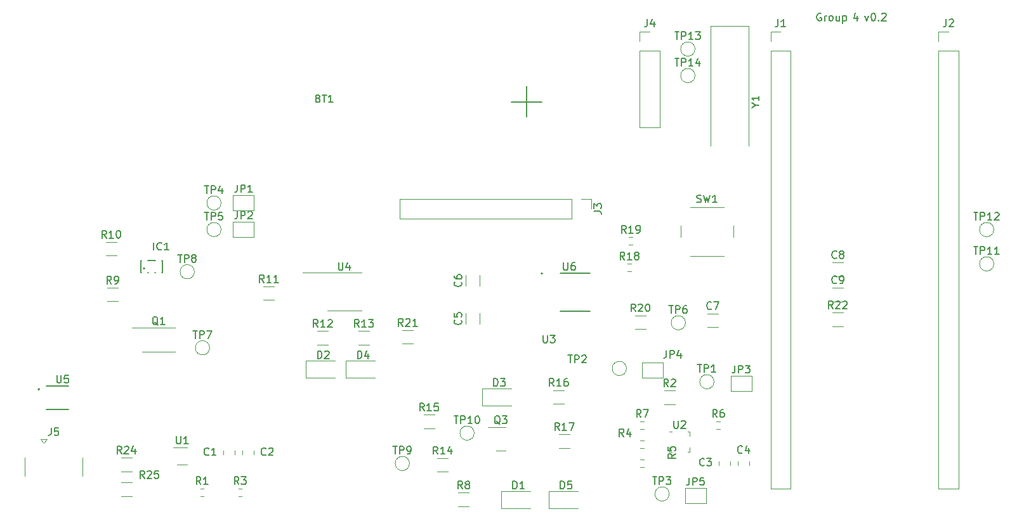
<source format=gto>
%TF.GenerationSoftware,KiCad,Pcbnew,(7.0.0)*%
%TF.CreationDate,2023-04-04T02:03:31+02:00*%
%TF.ProjectId,main_v0.6,6d61696e-5f76-4302-9e36-2e6b69636164,rev?*%
%TF.SameCoordinates,Original*%
%TF.FileFunction,Legend,Top*%
%TF.FilePolarity,Positive*%
%FSLAX46Y46*%
G04 Gerber Fmt 4.6, Leading zero omitted, Abs format (unit mm)*
G04 Created by KiCad (PCBNEW (7.0.0)) date 2023-04-04 02:03:31*
%MOMM*%
%LPD*%
G01*
G04 APERTURE LIST*
%ADD10C,0.150000*%
%ADD11C,0.120000*%
%ADD12C,0.127000*%
%ADD13C,0.200000*%
%ADD14C,0.152400*%
G04 APERTURE END LIST*
D10*
X178561904Y-36930000D02*
X178466666Y-36882380D01*
X178466666Y-36882380D02*
X178323809Y-36882380D01*
X178323809Y-36882380D02*
X178180952Y-36930000D01*
X178180952Y-36930000D02*
X178085714Y-37025238D01*
X178085714Y-37025238D02*
X178038095Y-37120476D01*
X178038095Y-37120476D02*
X177990476Y-37310952D01*
X177990476Y-37310952D02*
X177990476Y-37453809D01*
X177990476Y-37453809D02*
X178038095Y-37644285D01*
X178038095Y-37644285D02*
X178085714Y-37739523D01*
X178085714Y-37739523D02*
X178180952Y-37834761D01*
X178180952Y-37834761D02*
X178323809Y-37882380D01*
X178323809Y-37882380D02*
X178419047Y-37882380D01*
X178419047Y-37882380D02*
X178561904Y-37834761D01*
X178561904Y-37834761D02*
X178609523Y-37787142D01*
X178609523Y-37787142D02*
X178609523Y-37453809D01*
X178609523Y-37453809D02*
X178419047Y-37453809D01*
X179038095Y-37882380D02*
X179038095Y-37215714D01*
X179038095Y-37406190D02*
X179085714Y-37310952D01*
X179085714Y-37310952D02*
X179133333Y-37263333D01*
X179133333Y-37263333D02*
X179228571Y-37215714D01*
X179228571Y-37215714D02*
X179323809Y-37215714D01*
X179800000Y-37882380D02*
X179704762Y-37834761D01*
X179704762Y-37834761D02*
X179657143Y-37787142D01*
X179657143Y-37787142D02*
X179609524Y-37691904D01*
X179609524Y-37691904D02*
X179609524Y-37406190D01*
X179609524Y-37406190D02*
X179657143Y-37310952D01*
X179657143Y-37310952D02*
X179704762Y-37263333D01*
X179704762Y-37263333D02*
X179800000Y-37215714D01*
X179800000Y-37215714D02*
X179942857Y-37215714D01*
X179942857Y-37215714D02*
X180038095Y-37263333D01*
X180038095Y-37263333D02*
X180085714Y-37310952D01*
X180085714Y-37310952D02*
X180133333Y-37406190D01*
X180133333Y-37406190D02*
X180133333Y-37691904D01*
X180133333Y-37691904D02*
X180085714Y-37787142D01*
X180085714Y-37787142D02*
X180038095Y-37834761D01*
X180038095Y-37834761D02*
X179942857Y-37882380D01*
X179942857Y-37882380D02*
X179800000Y-37882380D01*
X180990476Y-37215714D02*
X180990476Y-37882380D01*
X180561905Y-37215714D02*
X180561905Y-37739523D01*
X180561905Y-37739523D02*
X180609524Y-37834761D01*
X180609524Y-37834761D02*
X180704762Y-37882380D01*
X180704762Y-37882380D02*
X180847619Y-37882380D01*
X180847619Y-37882380D02*
X180942857Y-37834761D01*
X180942857Y-37834761D02*
X180990476Y-37787142D01*
X181466667Y-37215714D02*
X181466667Y-38215714D01*
X181466667Y-37263333D02*
X181561905Y-37215714D01*
X181561905Y-37215714D02*
X181752381Y-37215714D01*
X181752381Y-37215714D02*
X181847619Y-37263333D01*
X181847619Y-37263333D02*
X181895238Y-37310952D01*
X181895238Y-37310952D02*
X181942857Y-37406190D01*
X181942857Y-37406190D02*
X181942857Y-37691904D01*
X181942857Y-37691904D02*
X181895238Y-37787142D01*
X181895238Y-37787142D02*
X181847619Y-37834761D01*
X181847619Y-37834761D02*
X181752381Y-37882380D01*
X181752381Y-37882380D02*
X181561905Y-37882380D01*
X181561905Y-37882380D02*
X181466667Y-37834761D01*
X183400000Y-37215714D02*
X183400000Y-37882380D01*
X183161905Y-36834761D02*
X182923810Y-37549047D01*
X182923810Y-37549047D02*
X183542857Y-37549047D01*
X184428572Y-37215714D02*
X184666667Y-37882380D01*
X184666667Y-37882380D02*
X184904762Y-37215714D01*
X185476191Y-36882380D02*
X185571429Y-36882380D01*
X185571429Y-36882380D02*
X185666667Y-36930000D01*
X185666667Y-36930000D02*
X185714286Y-36977619D01*
X185714286Y-36977619D02*
X185761905Y-37072857D01*
X185761905Y-37072857D02*
X185809524Y-37263333D01*
X185809524Y-37263333D02*
X185809524Y-37501428D01*
X185809524Y-37501428D02*
X185761905Y-37691904D01*
X185761905Y-37691904D02*
X185714286Y-37787142D01*
X185714286Y-37787142D02*
X185666667Y-37834761D01*
X185666667Y-37834761D02*
X185571429Y-37882380D01*
X185571429Y-37882380D02*
X185476191Y-37882380D01*
X185476191Y-37882380D02*
X185380953Y-37834761D01*
X185380953Y-37834761D02*
X185333334Y-37787142D01*
X185333334Y-37787142D02*
X185285715Y-37691904D01*
X185285715Y-37691904D02*
X185238096Y-37501428D01*
X185238096Y-37501428D02*
X185238096Y-37263333D01*
X185238096Y-37263333D02*
X185285715Y-37072857D01*
X185285715Y-37072857D02*
X185333334Y-36977619D01*
X185333334Y-36977619D02*
X185380953Y-36930000D01*
X185380953Y-36930000D02*
X185476191Y-36882380D01*
X186238096Y-37787142D02*
X186285715Y-37834761D01*
X186285715Y-37834761D02*
X186238096Y-37882380D01*
X186238096Y-37882380D02*
X186190477Y-37834761D01*
X186190477Y-37834761D02*
X186238096Y-37787142D01*
X186238096Y-37787142D02*
X186238096Y-37882380D01*
X186666667Y-36977619D02*
X186714286Y-36930000D01*
X186714286Y-36930000D02*
X186809524Y-36882380D01*
X186809524Y-36882380D02*
X187047619Y-36882380D01*
X187047619Y-36882380D02*
X187142857Y-36930000D01*
X187142857Y-36930000D02*
X187190476Y-36977619D01*
X187190476Y-36977619D02*
X187238095Y-37072857D01*
X187238095Y-37072857D02*
X187238095Y-37168095D01*
X187238095Y-37168095D02*
X187190476Y-37310952D01*
X187190476Y-37310952D02*
X186619048Y-37882380D01*
X186619048Y-37882380D02*
X187238095Y-37882380D01*
%TO.C,R17*%
X143630142Y-92598380D02*
X143296809Y-92122190D01*
X143058714Y-92598380D02*
X143058714Y-91598380D01*
X143058714Y-91598380D02*
X143439666Y-91598380D01*
X143439666Y-91598380D02*
X143534904Y-91646000D01*
X143534904Y-91646000D02*
X143582523Y-91693619D01*
X143582523Y-91693619D02*
X143630142Y-91788857D01*
X143630142Y-91788857D02*
X143630142Y-91931714D01*
X143630142Y-91931714D02*
X143582523Y-92026952D01*
X143582523Y-92026952D02*
X143534904Y-92074571D01*
X143534904Y-92074571D02*
X143439666Y-92122190D01*
X143439666Y-92122190D02*
X143058714Y-92122190D01*
X144582523Y-92598380D02*
X144011095Y-92598380D01*
X144296809Y-92598380D02*
X144296809Y-91598380D01*
X144296809Y-91598380D02*
X144201571Y-91741238D01*
X144201571Y-91741238D02*
X144106333Y-91836476D01*
X144106333Y-91836476D02*
X144011095Y-91884095D01*
X144915857Y-91598380D02*
X145582523Y-91598380D01*
X145582523Y-91598380D02*
X145153952Y-92598380D01*
%TO.C,U5*%
X76569095Y-85248380D02*
X76569095Y-86057904D01*
X76569095Y-86057904D02*
X76616714Y-86153142D01*
X76616714Y-86153142D02*
X76664333Y-86200761D01*
X76664333Y-86200761D02*
X76759571Y-86248380D01*
X76759571Y-86248380D02*
X76950047Y-86248380D01*
X76950047Y-86248380D02*
X77045285Y-86200761D01*
X77045285Y-86200761D02*
X77092904Y-86153142D01*
X77092904Y-86153142D02*
X77140523Y-86057904D01*
X77140523Y-86057904D02*
X77140523Y-85248380D01*
X78092904Y-85248380D02*
X77616714Y-85248380D01*
X77616714Y-85248380D02*
X77569095Y-85724571D01*
X77569095Y-85724571D02*
X77616714Y-85676952D01*
X77616714Y-85676952D02*
X77711952Y-85629333D01*
X77711952Y-85629333D02*
X77950047Y-85629333D01*
X77950047Y-85629333D02*
X78045285Y-85676952D01*
X78045285Y-85676952D02*
X78092904Y-85724571D01*
X78092904Y-85724571D02*
X78140523Y-85819809D01*
X78140523Y-85819809D02*
X78140523Y-86057904D01*
X78140523Y-86057904D02*
X78092904Y-86153142D01*
X78092904Y-86153142D02*
X78045285Y-86200761D01*
X78045285Y-86200761D02*
X77950047Y-86248380D01*
X77950047Y-86248380D02*
X77711952Y-86248380D01*
X77711952Y-86248380D02*
X77616714Y-86200761D01*
X77616714Y-86200761D02*
X77569095Y-86153142D01*
%TO.C,R22*%
X180136142Y-76337380D02*
X179802809Y-75861190D01*
X179564714Y-76337380D02*
X179564714Y-75337380D01*
X179564714Y-75337380D02*
X179945666Y-75337380D01*
X179945666Y-75337380D02*
X180040904Y-75385000D01*
X180040904Y-75385000D02*
X180088523Y-75432619D01*
X180088523Y-75432619D02*
X180136142Y-75527857D01*
X180136142Y-75527857D02*
X180136142Y-75670714D01*
X180136142Y-75670714D02*
X180088523Y-75765952D01*
X180088523Y-75765952D02*
X180040904Y-75813571D01*
X180040904Y-75813571D02*
X179945666Y-75861190D01*
X179945666Y-75861190D02*
X179564714Y-75861190D01*
X180517095Y-75432619D02*
X180564714Y-75385000D01*
X180564714Y-75385000D02*
X180659952Y-75337380D01*
X180659952Y-75337380D02*
X180898047Y-75337380D01*
X180898047Y-75337380D02*
X180993285Y-75385000D01*
X180993285Y-75385000D02*
X181040904Y-75432619D01*
X181040904Y-75432619D02*
X181088523Y-75527857D01*
X181088523Y-75527857D02*
X181088523Y-75623095D01*
X181088523Y-75623095D02*
X181040904Y-75765952D01*
X181040904Y-75765952D02*
X180469476Y-76337380D01*
X180469476Y-76337380D02*
X181088523Y-76337380D01*
X181469476Y-75432619D02*
X181517095Y-75385000D01*
X181517095Y-75385000D02*
X181612333Y-75337380D01*
X181612333Y-75337380D02*
X181850428Y-75337380D01*
X181850428Y-75337380D02*
X181945666Y-75385000D01*
X181945666Y-75385000D02*
X181993285Y-75432619D01*
X181993285Y-75432619D02*
X182040904Y-75527857D01*
X182040904Y-75527857D02*
X182040904Y-75623095D01*
X182040904Y-75623095D02*
X181993285Y-75765952D01*
X181993285Y-75765952D02*
X181421857Y-76337380D01*
X181421857Y-76337380D02*
X182040904Y-76337380D01*
%TO.C,U1*%
X92522095Y-93399380D02*
X92522095Y-94208904D01*
X92522095Y-94208904D02*
X92569714Y-94304142D01*
X92569714Y-94304142D02*
X92617333Y-94351761D01*
X92617333Y-94351761D02*
X92712571Y-94399380D01*
X92712571Y-94399380D02*
X92903047Y-94399380D01*
X92903047Y-94399380D02*
X92998285Y-94351761D01*
X92998285Y-94351761D02*
X93045904Y-94304142D01*
X93045904Y-94304142D02*
X93093523Y-94208904D01*
X93093523Y-94208904D02*
X93093523Y-93399380D01*
X94093523Y-94399380D02*
X93522095Y-94399380D01*
X93807809Y-94399380D02*
X93807809Y-93399380D01*
X93807809Y-93399380D02*
X93712571Y-93542238D01*
X93712571Y-93542238D02*
X93617333Y-93637476D01*
X93617333Y-93637476D02*
X93522095Y-93685095D01*
%TO.C,R1*%
X95782333Y-99811880D02*
X95449000Y-99335690D01*
X95210905Y-99811880D02*
X95210905Y-98811880D01*
X95210905Y-98811880D02*
X95591857Y-98811880D01*
X95591857Y-98811880D02*
X95687095Y-98859500D01*
X95687095Y-98859500D02*
X95734714Y-98907119D01*
X95734714Y-98907119D02*
X95782333Y-99002357D01*
X95782333Y-99002357D02*
X95782333Y-99145214D01*
X95782333Y-99145214D02*
X95734714Y-99240452D01*
X95734714Y-99240452D02*
X95687095Y-99288071D01*
X95687095Y-99288071D02*
X95591857Y-99335690D01*
X95591857Y-99335690D02*
X95210905Y-99335690D01*
X96734714Y-99811880D02*
X96163286Y-99811880D01*
X96449000Y-99811880D02*
X96449000Y-98811880D01*
X96449000Y-98811880D02*
X96353762Y-98954738D01*
X96353762Y-98954738D02*
X96258524Y-99049976D01*
X96258524Y-99049976D02*
X96163286Y-99097595D01*
%TO.C,J1*%
X172816666Y-37677380D02*
X172816666Y-38391666D01*
X172816666Y-38391666D02*
X172769047Y-38534523D01*
X172769047Y-38534523D02*
X172673809Y-38629761D01*
X172673809Y-38629761D02*
X172530952Y-38677380D01*
X172530952Y-38677380D02*
X172435714Y-38677380D01*
X173816666Y-38677380D02*
X173245238Y-38677380D01*
X173530952Y-38677380D02*
X173530952Y-37677380D01*
X173530952Y-37677380D02*
X173435714Y-37820238D01*
X173435714Y-37820238D02*
X173340476Y-37915476D01*
X173340476Y-37915476D02*
X173245238Y-37963095D01*
%TO.C,R7*%
X154527333Y-90840380D02*
X154194000Y-90364190D01*
X153955905Y-90840380D02*
X153955905Y-89840380D01*
X153955905Y-89840380D02*
X154336857Y-89840380D01*
X154336857Y-89840380D02*
X154432095Y-89888000D01*
X154432095Y-89888000D02*
X154479714Y-89935619D01*
X154479714Y-89935619D02*
X154527333Y-90030857D01*
X154527333Y-90030857D02*
X154527333Y-90173714D01*
X154527333Y-90173714D02*
X154479714Y-90268952D01*
X154479714Y-90268952D02*
X154432095Y-90316571D01*
X154432095Y-90316571D02*
X154336857Y-90364190D01*
X154336857Y-90364190D02*
X153955905Y-90364190D01*
X154860667Y-89840380D02*
X155527333Y-89840380D01*
X155527333Y-89840380D02*
X155098762Y-90840380D01*
%TO.C,C7*%
X163923333Y-76344142D02*
X163875714Y-76391761D01*
X163875714Y-76391761D02*
X163732857Y-76439380D01*
X163732857Y-76439380D02*
X163637619Y-76439380D01*
X163637619Y-76439380D02*
X163494762Y-76391761D01*
X163494762Y-76391761D02*
X163399524Y-76296523D01*
X163399524Y-76296523D02*
X163351905Y-76201285D01*
X163351905Y-76201285D02*
X163304286Y-76010809D01*
X163304286Y-76010809D02*
X163304286Y-75867952D01*
X163304286Y-75867952D02*
X163351905Y-75677476D01*
X163351905Y-75677476D02*
X163399524Y-75582238D01*
X163399524Y-75582238D02*
X163494762Y-75487000D01*
X163494762Y-75487000D02*
X163637619Y-75439380D01*
X163637619Y-75439380D02*
X163732857Y-75439380D01*
X163732857Y-75439380D02*
X163875714Y-75487000D01*
X163875714Y-75487000D02*
X163923333Y-75534619D01*
X164256667Y-75439380D02*
X164923333Y-75439380D01*
X164923333Y-75439380D02*
X164494762Y-76439380D01*
%TO.C,TP14*%
X159043905Y-42931380D02*
X159615333Y-42931380D01*
X159329619Y-43931380D02*
X159329619Y-42931380D01*
X159948667Y-43931380D02*
X159948667Y-42931380D01*
X159948667Y-42931380D02*
X160329619Y-42931380D01*
X160329619Y-42931380D02*
X160424857Y-42979000D01*
X160424857Y-42979000D02*
X160472476Y-43026619D01*
X160472476Y-43026619D02*
X160520095Y-43121857D01*
X160520095Y-43121857D02*
X160520095Y-43264714D01*
X160520095Y-43264714D02*
X160472476Y-43359952D01*
X160472476Y-43359952D02*
X160424857Y-43407571D01*
X160424857Y-43407571D02*
X160329619Y-43455190D01*
X160329619Y-43455190D02*
X159948667Y-43455190D01*
X161472476Y-43931380D02*
X160901048Y-43931380D01*
X161186762Y-43931380D02*
X161186762Y-42931380D01*
X161186762Y-42931380D02*
X161091524Y-43074238D01*
X161091524Y-43074238D02*
X160996286Y-43169476D01*
X160996286Y-43169476D02*
X160901048Y-43217095D01*
X162329619Y-43264714D02*
X162329619Y-43931380D01*
X162091524Y-42883761D02*
X161853429Y-43598047D01*
X161853429Y-43598047D02*
X162472476Y-43598047D01*
%TO.C,TP10*%
X129579905Y-90683380D02*
X130151333Y-90683380D01*
X129865619Y-91683380D02*
X129865619Y-90683380D01*
X130484667Y-91683380D02*
X130484667Y-90683380D01*
X130484667Y-90683380D02*
X130865619Y-90683380D01*
X130865619Y-90683380D02*
X130960857Y-90731000D01*
X130960857Y-90731000D02*
X131008476Y-90778619D01*
X131008476Y-90778619D02*
X131056095Y-90873857D01*
X131056095Y-90873857D02*
X131056095Y-91016714D01*
X131056095Y-91016714D02*
X131008476Y-91111952D01*
X131008476Y-91111952D02*
X130960857Y-91159571D01*
X130960857Y-91159571D02*
X130865619Y-91207190D01*
X130865619Y-91207190D02*
X130484667Y-91207190D01*
X132008476Y-91683380D02*
X131437048Y-91683380D01*
X131722762Y-91683380D02*
X131722762Y-90683380D01*
X131722762Y-90683380D02*
X131627524Y-90826238D01*
X131627524Y-90826238D02*
X131532286Y-90921476D01*
X131532286Y-90921476D02*
X131437048Y-90969095D01*
X132627524Y-90683380D02*
X132722762Y-90683380D01*
X132722762Y-90683380D02*
X132818000Y-90731000D01*
X132818000Y-90731000D02*
X132865619Y-90778619D01*
X132865619Y-90778619D02*
X132913238Y-90873857D01*
X132913238Y-90873857D02*
X132960857Y-91064333D01*
X132960857Y-91064333D02*
X132960857Y-91302428D01*
X132960857Y-91302428D02*
X132913238Y-91492904D01*
X132913238Y-91492904D02*
X132865619Y-91588142D01*
X132865619Y-91588142D02*
X132818000Y-91635761D01*
X132818000Y-91635761D02*
X132722762Y-91683380D01*
X132722762Y-91683380D02*
X132627524Y-91683380D01*
X132627524Y-91683380D02*
X132532286Y-91635761D01*
X132532286Y-91635761D02*
X132484667Y-91588142D01*
X132484667Y-91588142D02*
X132437048Y-91492904D01*
X132437048Y-91492904D02*
X132389429Y-91302428D01*
X132389429Y-91302428D02*
X132389429Y-91064333D01*
X132389429Y-91064333D02*
X132437048Y-90873857D01*
X132437048Y-90873857D02*
X132484667Y-90778619D01*
X132484667Y-90778619D02*
X132532286Y-90731000D01*
X132532286Y-90731000D02*
X132627524Y-90683380D01*
%TO.C,R15*%
X125595142Y-89987380D02*
X125261809Y-89511190D01*
X125023714Y-89987380D02*
X125023714Y-88987380D01*
X125023714Y-88987380D02*
X125404666Y-88987380D01*
X125404666Y-88987380D02*
X125499904Y-89035000D01*
X125499904Y-89035000D02*
X125547523Y-89082619D01*
X125547523Y-89082619D02*
X125595142Y-89177857D01*
X125595142Y-89177857D02*
X125595142Y-89320714D01*
X125595142Y-89320714D02*
X125547523Y-89415952D01*
X125547523Y-89415952D02*
X125499904Y-89463571D01*
X125499904Y-89463571D02*
X125404666Y-89511190D01*
X125404666Y-89511190D02*
X125023714Y-89511190D01*
X126547523Y-89987380D02*
X125976095Y-89987380D01*
X126261809Y-89987380D02*
X126261809Y-88987380D01*
X126261809Y-88987380D02*
X126166571Y-89130238D01*
X126166571Y-89130238D02*
X126071333Y-89225476D01*
X126071333Y-89225476D02*
X125976095Y-89273095D01*
X127452285Y-88987380D02*
X126976095Y-88987380D01*
X126976095Y-88987380D02*
X126928476Y-89463571D01*
X126928476Y-89463571D02*
X126976095Y-89415952D01*
X126976095Y-89415952D02*
X127071333Y-89368333D01*
X127071333Y-89368333D02*
X127309428Y-89368333D01*
X127309428Y-89368333D02*
X127404666Y-89415952D01*
X127404666Y-89415952D02*
X127452285Y-89463571D01*
X127452285Y-89463571D02*
X127499904Y-89558809D01*
X127499904Y-89558809D02*
X127499904Y-89796904D01*
X127499904Y-89796904D02*
X127452285Y-89892142D01*
X127452285Y-89892142D02*
X127404666Y-89939761D01*
X127404666Y-89939761D02*
X127309428Y-89987380D01*
X127309428Y-89987380D02*
X127071333Y-89987380D01*
X127071333Y-89987380D02*
X126976095Y-89939761D01*
X126976095Y-89939761D02*
X126928476Y-89892142D01*
%TO.C,TP3*%
X156078095Y-98817380D02*
X156649523Y-98817380D01*
X156363809Y-99817380D02*
X156363809Y-98817380D01*
X156982857Y-99817380D02*
X156982857Y-98817380D01*
X156982857Y-98817380D02*
X157363809Y-98817380D01*
X157363809Y-98817380D02*
X157459047Y-98865000D01*
X157459047Y-98865000D02*
X157506666Y-98912619D01*
X157506666Y-98912619D02*
X157554285Y-99007857D01*
X157554285Y-99007857D02*
X157554285Y-99150714D01*
X157554285Y-99150714D02*
X157506666Y-99245952D01*
X157506666Y-99245952D02*
X157459047Y-99293571D01*
X157459047Y-99293571D02*
X157363809Y-99341190D01*
X157363809Y-99341190D02*
X156982857Y-99341190D01*
X157887619Y-98817380D02*
X158506666Y-98817380D01*
X158506666Y-98817380D02*
X158173333Y-99198333D01*
X158173333Y-99198333D02*
X158316190Y-99198333D01*
X158316190Y-99198333D02*
X158411428Y-99245952D01*
X158411428Y-99245952D02*
X158459047Y-99293571D01*
X158459047Y-99293571D02*
X158506666Y-99388809D01*
X158506666Y-99388809D02*
X158506666Y-99626904D01*
X158506666Y-99626904D02*
X158459047Y-99722142D01*
X158459047Y-99722142D02*
X158411428Y-99769761D01*
X158411428Y-99769761D02*
X158316190Y-99817380D01*
X158316190Y-99817380D02*
X158030476Y-99817380D01*
X158030476Y-99817380D02*
X157935238Y-99769761D01*
X157935238Y-99769761D02*
X157887619Y-99722142D01*
%TO.C,R18*%
X152328142Y-69803380D02*
X151994809Y-69327190D01*
X151756714Y-69803380D02*
X151756714Y-68803380D01*
X151756714Y-68803380D02*
X152137666Y-68803380D01*
X152137666Y-68803380D02*
X152232904Y-68851000D01*
X152232904Y-68851000D02*
X152280523Y-68898619D01*
X152280523Y-68898619D02*
X152328142Y-68993857D01*
X152328142Y-68993857D02*
X152328142Y-69136714D01*
X152328142Y-69136714D02*
X152280523Y-69231952D01*
X152280523Y-69231952D02*
X152232904Y-69279571D01*
X152232904Y-69279571D02*
X152137666Y-69327190D01*
X152137666Y-69327190D02*
X151756714Y-69327190D01*
X153280523Y-69803380D02*
X152709095Y-69803380D01*
X152994809Y-69803380D02*
X152994809Y-68803380D01*
X152994809Y-68803380D02*
X152899571Y-68946238D01*
X152899571Y-68946238D02*
X152804333Y-69041476D01*
X152804333Y-69041476D02*
X152709095Y-69089095D01*
X153851952Y-69231952D02*
X153756714Y-69184333D01*
X153756714Y-69184333D02*
X153709095Y-69136714D01*
X153709095Y-69136714D02*
X153661476Y-69041476D01*
X153661476Y-69041476D02*
X153661476Y-68993857D01*
X153661476Y-68993857D02*
X153709095Y-68898619D01*
X153709095Y-68898619D02*
X153756714Y-68851000D01*
X153756714Y-68851000D02*
X153851952Y-68803380D01*
X153851952Y-68803380D02*
X154042428Y-68803380D01*
X154042428Y-68803380D02*
X154137666Y-68851000D01*
X154137666Y-68851000D02*
X154185285Y-68898619D01*
X154185285Y-68898619D02*
X154232904Y-68993857D01*
X154232904Y-68993857D02*
X154232904Y-69041476D01*
X154232904Y-69041476D02*
X154185285Y-69136714D01*
X154185285Y-69136714D02*
X154137666Y-69184333D01*
X154137666Y-69184333D02*
X154042428Y-69231952D01*
X154042428Y-69231952D02*
X153851952Y-69231952D01*
X153851952Y-69231952D02*
X153756714Y-69279571D01*
X153756714Y-69279571D02*
X153709095Y-69327190D01*
X153709095Y-69327190D02*
X153661476Y-69422428D01*
X153661476Y-69422428D02*
X153661476Y-69612904D01*
X153661476Y-69612904D02*
X153709095Y-69708142D01*
X153709095Y-69708142D02*
X153756714Y-69755761D01*
X153756714Y-69755761D02*
X153851952Y-69803380D01*
X153851952Y-69803380D02*
X154042428Y-69803380D01*
X154042428Y-69803380D02*
X154137666Y-69755761D01*
X154137666Y-69755761D02*
X154185285Y-69708142D01*
X154185285Y-69708142D02*
X154232904Y-69612904D01*
X154232904Y-69612904D02*
X154232904Y-69422428D01*
X154232904Y-69422428D02*
X154185285Y-69327190D01*
X154185285Y-69327190D02*
X154137666Y-69279571D01*
X154137666Y-69279571D02*
X154042428Y-69231952D01*
%TO.C,R24*%
X85207642Y-95716380D02*
X84874309Y-95240190D01*
X84636214Y-95716380D02*
X84636214Y-94716380D01*
X84636214Y-94716380D02*
X85017166Y-94716380D01*
X85017166Y-94716380D02*
X85112404Y-94764000D01*
X85112404Y-94764000D02*
X85160023Y-94811619D01*
X85160023Y-94811619D02*
X85207642Y-94906857D01*
X85207642Y-94906857D02*
X85207642Y-95049714D01*
X85207642Y-95049714D02*
X85160023Y-95144952D01*
X85160023Y-95144952D02*
X85112404Y-95192571D01*
X85112404Y-95192571D02*
X85017166Y-95240190D01*
X85017166Y-95240190D02*
X84636214Y-95240190D01*
X85588595Y-94811619D02*
X85636214Y-94764000D01*
X85636214Y-94764000D02*
X85731452Y-94716380D01*
X85731452Y-94716380D02*
X85969547Y-94716380D01*
X85969547Y-94716380D02*
X86064785Y-94764000D01*
X86064785Y-94764000D02*
X86112404Y-94811619D01*
X86112404Y-94811619D02*
X86160023Y-94906857D01*
X86160023Y-94906857D02*
X86160023Y-95002095D01*
X86160023Y-95002095D02*
X86112404Y-95144952D01*
X86112404Y-95144952D02*
X85540976Y-95716380D01*
X85540976Y-95716380D02*
X86160023Y-95716380D01*
X87017166Y-95049714D02*
X87017166Y-95716380D01*
X86779071Y-94668761D02*
X86540976Y-95383047D01*
X86540976Y-95383047D02*
X87160023Y-95383047D01*
%TO.C,TP11*%
X198921905Y-68077380D02*
X199493333Y-68077380D01*
X199207619Y-69077380D02*
X199207619Y-68077380D01*
X199826667Y-69077380D02*
X199826667Y-68077380D01*
X199826667Y-68077380D02*
X200207619Y-68077380D01*
X200207619Y-68077380D02*
X200302857Y-68125000D01*
X200302857Y-68125000D02*
X200350476Y-68172619D01*
X200350476Y-68172619D02*
X200398095Y-68267857D01*
X200398095Y-68267857D02*
X200398095Y-68410714D01*
X200398095Y-68410714D02*
X200350476Y-68505952D01*
X200350476Y-68505952D02*
X200302857Y-68553571D01*
X200302857Y-68553571D02*
X200207619Y-68601190D01*
X200207619Y-68601190D02*
X199826667Y-68601190D01*
X201350476Y-69077380D02*
X200779048Y-69077380D01*
X201064762Y-69077380D02*
X201064762Y-68077380D01*
X201064762Y-68077380D02*
X200969524Y-68220238D01*
X200969524Y-68220238D02*
X200874286Y-68315476D01*
X200874286Y-68315476D02*
X200779048Y-68363095D01*
X202302857Y-69077380D02*
X201731429Y-69077380D01*
X202017143Y-69077380D02*
X202017143Y-68077380D01*
X202017143Y-68077380D02*
X201921905Y-68220238D01*
X201921905Y-68220238D02*
X201826667Y-68315476D01*
X201826667Y-68315476D02*
X201731429Y-68363095D01*
%TO.C,D2*%
X111368905Y-83002380D02*
X111368905Y-82002380D01*
X111368905Y-82002380D02*
X111607000Y-82002380D01*
X111607000Y-82002380D02*
X111749857Y-82050000D01*
X111749857Y-82050000D02*
X111845095Y-82145238D01*
X111845095Y-82145238D02*
X111892714Y-82240476D01*
X111892714Y-82240476D02*
X111940333Y-82430952D01*
X111940333Y-82430952D02*
X111940333Y-82573809D01*
X111940333Y-82573809D02*
X111892714Y-82764285D01*
X111892714Y-82764285D02*
X111845095Y-82859523D01*
X111845095Y-82859523D02*
X111749857Y-82954761D01*
X111749857Y-82954761D02*
X111607000Y-83002380D01*
X111607000Y-83002380D02*
X111368905Y-83002380D01*
X112321286Y-82097619D02*
X112368905Y-82050000D01*
X112368905Y-82050000D02*
X112464143Y-82002380D01*
X112464143Y-82002380D02*
X112702238Y-82002380D01*
X112702238Y-82002380D02*
X112797476Y-82050000D01*
X112797476Y-82050000D02*
X112845095Y-82097619D01*
X112845095Y-82097619D02*
X112892714Y-82192857D01*
X112892714Y-82192857D02*
X112892714Y-82288095D01*
X112892714Y-82288095D02*
X112845095Y-82430952D01*
X112845095Y-82430952D02*
X112273667Y-83002380D01*
X112273667Y-83002380D02*
X112892714Y-83002380D01*
%TO.C,IC1*%
X89513810Y-68510380D02*
X89513810Y-67510380D01*
X90561428Y-68415142D02*
X90513809Y-68462761D01*
X90513809Y-68462761D02*
X90370952Y-68510380D01*
X90370952Y-68510380D02*
X90275714Y-68510380D01*
X90275714Y-68510380D02*
X90132857Y-68462761D01*
X90132857Y-68462761D02*
X90037619Y-68367523D01*
X90037619Y-68367523D02*
X89990000Y-68272285D01*
X89990000Y-68272285D02*
X89942381Y-68081809D01*
X89942381Y-68081809D02*
X89942381Y-67938952D01*
X89942381Y-67938952D02*
X89990000Y-67748476D01*
X89990000Y-67748476D02*
X90037619Y-67653238D01*
X90037619Y-67653238D02*
X90132857Y-67558000D01*
X90132857Y-67558000D02*
X90275714Y-67510380D01*
X90275714Y-67510380D02*
X90370952Y-67510380D01*
X90370952Y-67510380D02*
X90513809Y-67558000D01*
X90513809Y-67558000D02*
X90561428Y-67605619D01*
X91513809Y-68510380D02*
X90942381Y-68510380D01*
X91228095Y-68510380D02*
X91228095Y-67510380D01*
X91228095Y-67510380D02*
X91132857Y-67653238D01*
X91132857Y-67653238D02*
X91037619Y-67748476D01*
X91037619Y-67748476D02*
X90942381Y-67796095D01*
%TO.C,Y1*%
X169811190Y-49148690D02*
X170287380Y-49148690D01*
X169287380Y-49482023D02*
X169811190Y-49148690D01*
X169811190Y-49148690D02*
X169287380Y-48815357D01*
X170287380Y-47958214D02*
X170287380Y-48529642D01*
X170287380Y-48243928D02*
X169287380Y-48243928D01*
X169287380Y-48243928D02*
X169430238Y-48339166D01*
X169430238Y-48339166D02*
X169525476Y-48434404D01*
X169525476Y-48434404D02*
X169573095Y-48529642D01*
%TO.C,R16*%
X142903642Y-86690380D02*
X142570309Y-86214190D01*
X142332214Y-86690380D02*
X142332214Y-85690380D01*
X142332214Y-85690380D02*
X142713166Y-85690380D01*
X142713166Y-85690380D02*
X142808404Y-85738000D01*
X142808404Y-85738000D02*
X142856023Y-85785619D01*
X142856023Y-85785619D02*
X142903642Y-85880857D01*
X142903642Y-85880857D02*
X142903642Y-86023714D01*
X142903642Y-86023714D02*
X142856023Y-86118952D01*
X142856023Y-86118952D02*
X142808404Y-86166571D01*
X142808404Y-86166571D02*
X142713166Y-86214190D01*
X142713166Y-86214190D02*
X142332214Y-86214190D01*
X143856023Y-86690380D02*
X143284595Y-86690380D01*
X143570309Y-86690380D02*
X143570309Y-85690380D01*
X143570309Y-85690380D02*
X143475071Y-85833238D01*
X143475071Y-85833238D02*
X143379833Y-85928476D01*
X143379833Y-85928476D02*
X143284595Y-85976095D01*
X144713166Y-85690380D02*
X144522690Y-85690380D01*
X144522690Y-85690380D02*
X144427452Y-85738000D01*
X144427452Y-85738000D02*
X144379833Y-85785619D01*
X144379833Y-85785619D02*
X144284595Y-85928476D01*
X144284595Y-85928476D02*
X144236976Y-86118952D01*
X144236976Y-86118952D02*
X144236976Y-86499904D01*
X144236976Y-86499904D02*
X144284595Y-86595142D01*
X144284595Y-86595142D02*
X144332214Y-86642761D01*
X144332214Y-86642761D02*
X144427452Y-86690380D01*
X144427452Y-86690380D02*
X144617928Y-86690380D01*
X144617928Y-86690380D02*
X144713166Y-86642761D01*
X144713166Y-86642761D02*
X144760785Y-86595142D01*
X144760785Y-86595142D02*
X144808404Y-86499904D01*
X144808404Y-86499904D02*
X144808404Y-86261809D01*
X144808404Y-86261809D02*
X144760785Y-86166571D01*
X144760785Y-86166571D02*
X144713166Y-86118952D01*
X144713166Y-86118952D02*
X144617928Y-86071333D01*
X144617928Y-86071333D02*
X144427452Y-86071333D01*
X144427452Y-86071333D02*
X144332214Y-86118952D01*
X144332214Y-86118952D02*
X144284595Y-86166571D01*
X144284595Y-86166571D02*
X144236976Y-86261809D01*
%TO.C,JP1*%
X100654666Y-59797380D02*
X100654666Y-60511666D01*
X100654666Y-60511666D02*
X100607047Y-60654523D01*
X100607047Y-60654523D02*
X100511809Y-60749761D01*
X100511809Y-60749761D02*
X100368952Y-60797380D01*
X100368952Y-60797380D02*
X100273714Y-60797380D01*
X101130857Y-60797380D02*
X101130857Y-59797380D01*
X101130857Y-59797380D02*
X101511809Y-59797380D01*
X101511809Y-59797380D02*
X101607047Y-59845000D01*
X101607047Y-59845000D02*
X101654666Y-59892619D01*
X101654666Y-59892619D02*
X101702285Y-59987857D01*
X101702285Y-59987857D02*
X101702285Y-60130714D01*
X101702285Y-60130714D02*
X101654666Y-60225952D01*
X101654666Y-60225952D02*
X101607047Y-60273571D01*
X101607047Y-60273571D02*
X101511809Y-60321190D01*
X101511809Y-60321190D02*
X101130857Y-60321190D01*
X102654666Y-60797380D02*
X102083238Y-60797380D01*
X102368952Y-60797380D02*
X102368952Y-59797380D01*
X102368952Y-59797380D02*
X102273714Y-59940238D01*
X102273714Y-59940238D02*
X102178476Y-60035476D01*
X102178476Y-60035476D02*
X102083238Y-60083095D01*
%TO.C,J4*%
X155368666Y-37677380D02*
X155368666Y-38391666D01*
X155368666Y-38391666D02*
X155321047Y-38534523D01*
X155321047Y-38534523D02*
X155225809Y-38629761D01*
X155225809Y-38629761D02*
X155082952Y-38677380D01*
X155082952Y-38677380D02*
X154987714Y-38677380D01*
X156273428Y-38010714D02*
X156273428Y-38677380D01*
X156035333Y-37629761D02*
X155797238Y-38344047D01*
X155797238Y-38344047D02*
X156416285Y-38344047D01*
%TO.C,R2*%
X158171333Y-86767380D02*
X157838000Y-86291190D01*
X157599905Y-86767380D02*
X157599905Y-85767380D01*
X157599905Y-85767380D02*
X157980857Y-85767380D01*
X157980857Y-85767380D02*
X158076095Y-85815000D01*
X158076095Y-85815000D02*
X158123714Y-85862619D01*
X158123714Y-85862619D02*
X158171333Y-85957857D01*
X158171333Y-85957857D02*
X158171333Y-86100714D01*
X158171333Y-86100714D02*
X158123714Y-86195952D01*
X158123714Y-86195952D02*
X158076095Y-86243571D01*
X158076095Y-86243571D02*
X157980857Y-86291190D01*
X157980857Y-86291190D02*
X157599905Y-86291190D01*
X158552286Y-85862619D02*
X158599905Y-85815000D01*
X158599905Y-85815000D02*
X158695143Y-85767380D01*
X158695143Y-85767380D02*
X158933238Y-85767380D01*
X158933238Y-85767380D02*
X159028476Y-85815000D01*
X159028476Y-85815000D02*
X159076095Y-85862619D01*
X159076095Y-85862619D02*
X159123714Y-85957857D01*
X159123714Y-85957857D02*
X159123714Y-86053095D01*
X159123714Y-86053095D02*
X159076095Y-86195952D01*
X159076095Y-86195952D02*
X158504667Y-86767380D01*
X158504667Y-86767380D02*
X159123714Y-86767380D01*
%TO.C,Q1*%
X90074761Y-78530619D02*
X89979523Y-78483000D01*
X89979523Y-78483000D02*
X89884285Y-78387761D01*
X89884285Y-78387761D02*
X89741428Y-78244904D01*
X89741428Y-78244904D02*
X89646190Y-78197285D01*
X89646190Y-78197285D02*
X89550952Y-78197285D01*
X89598571Y-78435380D02*
X89503333Y-78387761D01*
X89503333Y-78387761D02*
X89408095Y-78292523D01*
X89408095Y-78292523D02*
X89360476Y-78102047D01*
X89360476Y-78102047D02*
X89360476Y-77768714D01*
X89360476Y-77768714D02*
X89408095Y-77578238D01*
X89408095Y-77578238D02*
X89503333Y-77483000D01*
X89503333Y-77483000D02*
X89598571Y-77435380D01*
X89598571Y-77435380D02*
X89789047Y-77435380D01*
X89789047Y-77435380D02*
X89884285Y-77483000D01*
X89884285Y-77483000D02*
X89979523Y-77578238D01*
X89979523Y-77578238D02*
X90027142Y-77768714D01*
X90027142Y-77768714D02*
X90027142Y-78102047D01*
X90027142Y-78102047D02*
X89979523Y-78292523D01*
X89979523Y-78292523D02*
X89884285Y-78387761D01*
X89884285Y-78387761D02*
X89789047Y-78435380D01*
X89789047Y-78435380D02*
X89598571Y-78435380D01*
X90979523Y-78435380D02*
X90408095Y-78435380D01*
X90693809Y-78435380D02*
X90693809Y-77435380D01*
X90693809Y-77435380D02*
X90598571Y-77578238D01*
X90598571Y-77578238D02*
X90503333Y-77673476D01*
X90503333Y-77673476D02*
X90408095Y-77721095D01*
%TO.C,U4*%
X114170095Y-70201380D02*
X114170095Y-71010904D01*
X114170095Y-71010904D02*
X114217714Y-71106142D01*
X114217714Y-71106142D02*
X114265333Y-71153761D01*
X114265333Y-71153761D02*
X114360571Y-71201380D01*
X114360571Y-71201380D02*
X114551047Y-71201380D01*
X114551047Y-71201380D02*
X114646285Y-71153761D01*
X114646285Y-71153761D02*
X114693904Y-71106142D01*
X114693904Y-71106142D02*
X114741523Y-71010904D01*
X114741523Y-71010904D02*
X114741523Y-70201380D01*
X115646285Y-70534714D02*
X115646285Y-71201380D01*
X115408190Y-70153761D02*
X115170095Y-70868047D01*
X115170095Y-70868047D02*
X115789142Y-70868047D01*
%TO.C,D3*%
X134865905Y-86690380D02*
X134865905Y-85690380D01*
X134865905Y-85690380D02*
X135104000Y-85690380D01*
X135104000Y-85690380D02*
X135246857Y-85738000D01*
X135246857Y-85738000D02*
X135342095Y-85833238D01*
X135342095Y-85833238D02*
X135389714Y-85928476D01*
X135389714Y-85928476D02*
X135437333Y-86118952D01*
X135437333Y-86118952D02*
X135437333Y-86261809D01*
X135437333Y-86261809D02*
X135389714Y-86452285D01*
X135389714Y-86452285D02*
X135342095Y-86547523D01*
X135342095Y-86547523D02*
X135246857Y-86642761D01*
X135246857Y-86642761D02*
X135104000Y-86690380D01*
X135104000Y-86690380D02*
X134865905Y-86690380D01*
X135770667Y-85690380D02*
X136389714Y-85690380D01*
X136389714Y-85690380D02*
X136056381Y-86071333D01*
X136056381Y-86071333D02*
X136199238Y-86071333D01*
X136199238Y-86071333D02*
X136294476Y-86118952D01*
X136294476Y-86118952D02*
X136342095Y-86166571D01*
X136342095Y-86166571D02*
X136389714Y-86261809D01*
X136389714Y-86261809D02*
X136389714Y-86499904D01*
X136389714Y-86499904D02*
X136342095Y-86595142D01*
X136342095Y-86595142D02*
X136294476Y-86642761D01*
X136294476Y-86642761D02*
X136199238Y-86690380D01*
X136199238Y-86690380D02*
X135913524Y-86690380D01*
X135913524Y-86690380D02*
X135818286Y-86642761D01*
X135818286Y-86642761D02*
X135770667Y-86595142D01*
%TO.C,R11*%
X104228142Y-72842380D02*
X103894809Y-72366190D01*
X103656714Y-72842380D02*
X103656714Y-71842380D01*
X103656714Y-71842380D02*
X104037666Y-71842380D01*
X104037666Y-71842380D02*
X104132904Y-71890000D01*
X104132904Y-71890000D02*
X104180523Y-71937619D01*
X104180523Y-71937619D02*
X104228142Y-72032857D01*
X104228142Y-72032857D02*
X104228142Y-72175714D01*
X104228142Y-72175714D02*
X104180523Y-72270952D01*
X104180523Y-72270952D02*
X104132904Y-72318571D01*
X104132904Y-72318571D02*
X104037666Y-72366190D01*
X104037666Y-72366190D02*
X103656714Y-72366190D01*
X105180523Y-72842380D02*
X104609095Y-72842380D01*
X104894809Y-72842380D02*
X104894809Y-71842380D01*
X104894809Y-71842380D02*
X104799571Y-71985238D01*
X104799571Y-71985238D02*
X104704333Y-72080476D01*
X104704333Y-72080476D02*
X104609095Y-72128095D01*
X106132904Y-72842380D02*
X105561476Y-72842380D01*
X105847190Y-72842380D02*
X105847190Y-71842380D01*
X105847190Y-71842380D02*
X105751952Y-71985238D01*
X105751952Y-71985238D02*
X105656714Y-72080476D01*
X105656714Y-72080476D02*
X105561476Y-72128095D01*
%TO.C,C3*%
X162972333Y-97255142D02*
X162924714Y-97302761D01*
X162924714Y-97302761D02*
X162781857Y-97350380D01*
X162781857Y-97350380D02*
X162686619Y-97350380D01*
X162686619Y-97350380D02*
X162543762Y-97302761D01*
X162543762Y-97302761D02*
X162448524Y-97207523D01*
X162448524Y-97207523D02*
X162400905Y-97112285D01*
X162400905Y-97112285D02*
X162353286Y-96921809D01*
X162353286Y-96921809D02*
X162353286Y-96778952D01*
X162353286Y-96778952D02*
X162400905Y-96588476D01*
X162400905Y-96588476D02*
X162448524Y-96493238D01*
X162448524Y-96493238D02*
X162543762Y-96398000D01*
X162543762Y-96398000D02*
X162686619Y-96350380D01*
X162686619Y-96350380D02*
X162781857Y-96350380D01*
X162781857Y-96350380D02*
X162924714Y-96398000D01*
X162924714Y-96398000D02*
X162972333Y-96445619D01*
X163305667Y-96350380D02*
X163924714Y-96350380D01*
X163924714Y-96350380D02*
X163591381Y-96731333D01*
X163591381Y-96731333D02*
X163734238Y-96731333D01*
X163734238Y-96731333D02*
X163829476Y-96778952D01*
X163829476Y-96778952D02*
X163877095Y-96826571D01*
X163877095Y-96826571D02*
X163924714Y-96921809D01*
X163924714Y-96921809D02*
X163924714Y-97159904D01*
X163924714Y-97159904D02*
X163877095Y-97255142D01*
X163877095Y-97255142D02*
X163829476Y-97302761D01*
X163829476Y-97302761D02*
X163734238Y-97350380D01*
X163734238Y-97350380D02*
X163448524Y-97350380D01*
X163448524Y-97350380D02*
X163353286Y-97302761D01*
X163353286Y-97302761D02*
X163305667Y-97255142D01*
%TO.C,C5*%
X130502142Y-77841666D02*
X130549761Y-77889285D01*
X130549761Y-77889285D02*
X130597380Y-78032142D01*
X130597380Y-78032142D02*
X130597380Y-78127380D01*
X130597380Y-78127380D02*
X130549761Y-78270237D01*
X130549761Y-78270237D02*
X130454523Y-78365475D01*
X130454523Y-78365475D02*
X130359285Y-78413094D01*
X130359285Y-78413094D02*
X130168809Y-78460713D01*
X130168809Y-78460713D02*
X130025952Y-78460713D01*
X130025952Y-78460713D02*
X129835476Y-78413094D01*
X129835476Y-78413094D02*
X129740238Y-78365475D01*
X129740238Y-78365475D02*
X129645000Y-78270237D01*
X129645000Y-78270237D02*
X129597380Y-78127380D01*
X129597380Y-78127380D02*
X129597380Y-78032142D01*
X129597380Y-78032142D02*
X129645000Y-77889285D01*
X129645000Y-77889285D02*
X129692619Y-77841666D01*
X129597380Y-76936904D02*
X129597380Y-77413094D01*
X129597380Y-77413094D02*
X130073571Y-77460713D01*
X130073571Y-77460713D02*
X130025952Y-77413094D01*
X130025952Y-77413094D02*
X129978333Y-77317856D01*
X129978333Y-77317856D02*
X129978333Y-77079761D01*
X129978333Y-77079761D02*
X130025952Y-76984523D01*
X130025952Y-76984523D02*
X130073571Y-76936904D01*
X130073571Y-76936904D02*
X130168809Y-76889285D01*
X130168809Y-76889285D02*
X130406904Y-76889285D01*
X130406904Y-76889285D02*
X130502142Y-76936904D01*
X130502142Y-76936904D02*
X130549761Y-76984523D01*
X130549761Y-76984523D02*
X130597380Y-77079761D01*
X130597380Y-77079761D02*
X130597380Y-77317856D01*
X130597380Y-77317856D02*
X130549761Y-77413094D01*
X130549761Y-77413094D02*
X130502142Y-77460713D01*
%TO.C,C1*%
X96861333Y-95842142D02*
X96813714Y-95889761D01*
X96813714Y-95889761D02*
X96670857Y-95937380D01*
X96670857Y-95937380D02*
X96575619Y-95937380D01*
X96575619Y-95937380D02*
X96432762Y-95889761D01*
X96432762Y-95889761D02*
X96337524Y-95794523D01*
X96337524Y-95794523D02*
X96289905Y-95699285D01*
X96289905Y-95699285D02*
X96242286Y-95508809D01*
X96242286Y-95508809D02*
X96242286Y-95365952D01*
X96242286Y-95365952D02*
X96289905Y-95175476D01*
X96289905Y-95175476D02*
X96337524Y-95080238D01*
X96337524Y-95080238D02*
X96432762Y-94985000D01*
X96432762Y-94985000D02*
X96575619Y-94937380D01*
X96575619Y-94937380D02*
X96670857Y-94937380D01*
X96670857Y-94937380D02*
X96813714Y-94985000D01*
X96813714Y-94985000D02*
X96861333Y-95032619D01*
X97813714Y-95937380D02*
X97242286Y-95937380D01*
X97528000Y-95937380D02*
X97528000Y-94937380D01*
X97528000Y-94937380D02*
X97432762Y-95080238D01*
X97432762Y-95080238D02*
X97337524Y-95175476D01*
X97337524Y-95175476D02*
X97242286Y-95223095D01*
%TO.C,J3*%
X148255380Y-63325333D02*
X148969666Y-63325333D01*
X148969666Y-63325333D02*
X149112523Y-63372952D01*
X149112523Y-63372952D02*
X149207761Y-63468190D01*
X149207761Y-63468190D02*
X149255380Y-63611047D01*
X149255380Y-63611047D02*
X149255380Y-63706285D01*
X148255380Y-62944380D02*
X148255380Y-62325333D01*
X148255380Y-62325333D02*
X148636333Y-62658666D01*
X148636333Y-62658666D02*
X148636333Y-62515809D01*
X148636333Y-62515809D02*
X148683952Y-62420571D01*
X148683952Y-62420571D02*
X148731571Y-62372952D01*
X148731571Y-62372952D02*
X148826809Y-62325333D01*
X148826809Y-62325333D02*
X149064904Y-62325333D01*
X149064904Y-62325333D02*
X149160142Y-62372952D01*
X149160142Y-62372952D02*
X149207761Y-62420571D01*
X149207761Y-62420571D02*
X149255380Y-62515809D01*
X149255380Y-62515809D02*
X149255380Y-62801523D01*
X149255380Y-62801523D02*
X149207761Y-62896761D01*
X149207761Y-62896761D02*
X149160142Y-62944380D01*
%TO.C,JP5*%
X160964666Y-98913380D02*
X160964666Y-99627666D01*
X160964666Y-99627666D02*
X160917047Y-99770523D01*
X160917047Y-99770523D02*
X160821809Y-99865761D01*
X160821809Y-99865761D02*
X160678952Y-99913380D01*
X160678952Y-99913380D02*
X160583714Y-99913380D01*
X161440857Y-99913380D02*
X161440857Y-98913380D01*
X161440857Y-98913380D02*
X161821809Y-98913380D01*
X161821809Y-98913380D02*
X161917047Y-98961000D01*
X161917047Y-98961000D02*
X161964666Y-99008619D01*
X161964666Y-99008619D02*
X162012285Y-99103857D01*
X162012285Y-99103857D02*
X162012285Y-99246714D01*
X162012285Y-99246714D02*
X161964666Y-99341952D01*
X161964666Y-99341952D02*
X161917047Y-99389571D01*
X161917047Y-99389571D02*
X161821809Y-99437190D01*
X161821809Y-99437190D02*
X161440857Y-99437190D01*
X162917047Y-98913380D02*
X162440857Y-98913380D01*
X162440857Y-98913380D02*
X162393238Y-99389571D01*
X162393238Y-99389571D02*
X162440857Y-99341952D01*
X162440857Y-99341952D02*
X162536095Y-99294333D01*
X162536095Y-99294333D02*
X162774190Y-99294333D01*
X162774190Y-99294333D02*
X162869428Y-99341952D01*
X162869428Y-99341952D02*
X162917047Y-99389571D01*
X162917047Y-99389571D02*
X162964666Y-99484809D01*
X162964666Y-99484809D02*
X162964666Y-99722904D01*
X162964666Y-99722904D02*
X162917047Y-99818142D01*
X162917047Y-99818142D02*
X162869428Y-99865761D01*
X162869428Y-99865761D02*
X162774190Y-99913380D01*
X162774190Y-99913380D02*
X162536095Y-99913380D01*
X162536095Y-99913380D02*
X162440857Y-99865761D01*
X162440857Y-99865761D02*
X162393238Y-99818142D01*
%TO.C,R5*%
X159117380Y-95719666D02*
X158641190Y-96052999D01*
X159117380Y-96291094D02*
X158117380Y-96291094D01*
X158117380Y-96291094D02*
X158117380Y-95910142D01*
X158117380Y-95910142D02*
X158165000Y-95814904D01*
X158165000Y-95814904D02*
X158212619Y-95767285D01*
X158212619Y-95767285D02*
X158307857Y-95719666D01*
X158307857Y-95719666D02*
X158450714Y-95719666D01*
X158450714Y-95719666D02*
X158545952Y-95767285D01*
X158545952Y-95767285D02*
X158593571Y-95814904D01*
X158593571Y-95814904D02*
X158641190Y-95910142D01*
X158641190Y-95910142D02*
X158641190Y-96291094D01*
X158117380Y-94814904D02*
X158117380Y-95291094D01*
X158117380Y-95291094D02*
X158593571Y-95338713D01*
X158593571Y-95338713D02*
X158545952Y-95291094D01*
X158545952Y-95291094D02*
X158498333Y-95195856D01*
X158498333Y-95195856D02*
X158498333Y-94957761D01*
X158498333Y-94957761D02*
X158545952Y-94862523D01*
X158545952Y-94862523D02*
X158593571Y-94814904D01*
X158593571Y-94814904D02*
X158688809Y-94767285D01*
X158688809Y-94767285D02*
X158926904Y-94767285D01*
X158926904Y-94767285D02*
X159022142Y-94814904D01*
X159022142Y-94814904D02*
X159069761Y-94862523D01*
X159069761Y-94862523D02*
X159117380Y-94957761D01*
X159117380Y-94957761D02*
X159117380Y-95195856D01*
X159117380Y-95195856D02*
X159069761Y-95291094D01*
X159069761Y-95291094D02*
X159022142Y-95338713D01*
%TO.C,TP4*%
X96276095Y-59949380D02*
X96847523Y-59949380D01*
X96561809Y-60949380D02*
X96561809Y-59949380D01*
X97180857Y-60949380D02*
X97180857Y-59949380D01*
X97180857Y-59949380D02*
X97561809Y-59949380D01*
X97561809Y-59949380D02*
X97657047Y-59997000D01*
X97657047Y-59997000D02*
X97704666Y-60044619D01*
X97704666Y-60044619D02*
X97752285Y-60139857D01*
X97752285Y-60139857D02*
X97752285Y-60282714D01*
X97752285Y-60282714D02*
X97704666Y-60377952D01*
X97704666Y-60377952D02*
X97657047Y-60425571D01*
X97657047Y-60425571D02*
X97561809Y-60473190D01*
X97561809Y-60473190D02*
X97180857Y-60473190D01*
X98609428Y-60282714D02*
X98609428Y-60949380D01*
X98371333Y-59901761D02*
X98133238Y-60616047D01*
X98133238Y-60616047D02*
X98752285Y-60616047D01*
%TO.C,TP6*%
X158250095Y-75951380D02*
X158821523Y-75951380D01*
X158535809Y-76951380D02*
X158535809Y-75951380D01*
X159154857Y-76951380D02*
X159154857Y-75951380D01*
X159154857Y-75951380D02*
X159535809Y-75951380D01*
X159535809Y-75951380D02*
X159631047Y-75999000D01*
X159631047Y-75999000D02*
X159678666Y-76046619D01*
X159678666Y-76046619D02*
X159726285Y-76141857D01*
X159726285Y-76141857D02*
X159726285Y-76284714D01*
X159726285Y-76284714D02*
X159678666Y-76379952D01*
X159678666Y-76379952D02*
X159631047Y-76427571D01*
X159631047Y-76427571D02*
X159535809Y-76475190D01*
X159535809Y-76475190D02*
X159154857Y-76475190D01*
X160583428Y-75951380D02*
X160392952Y-75951380D01*
X160392952Y-75951380D02*
X160297714Y-75999000D01*
X160297714Y-75999000D02*
X160250095Y-76046619D01*
X160250095Y-76046619D02*
X160154857Y-76189476D01*
X160154857Y-76189476D02*
X160107238Y-76379952D01*
X160107238Y-76379952D02*
X160107238Y-76760904D01*
X160107238Y-76760904D02*
X160154857Y-76856142D01*
X160154857Y-76856142D02*
X160202476Y-76903761D01*
X160202476Y-76903761D02*
X160297714Y-76951380D01*
X160297714Y-76951380D02*
X160488190Y-76951380D01*
X160488190Y-76951380D02*
X160583428Y-76903761D01*
X160583428Y-76903761D02*
X160631047Y-76856142D01*
X160631047Y-76856142D02*
X160678666Y-76760904D01*
X160678666Y-76760904D02*
X160678666Y-76522809D01*
X160678666Y-76522809D02*
X160631047Y-76427571D01*
X160631047Y-76427571D02*
X160583428Y-76379952D01*
X160583428Y-76379952D02*
X160488190Y-76332333D01*
X160488190Y-76332333D02*
X160297714Y-76332333D01*
X160297714Y-76332333D02*
X160202476Y-76379952D01*
X160202476Y-76379952D02*
X160154857Y-76427571D01*
X160154857Y-76427571D02*
X160107238Y-76522809D01*
%TO.C,R4*%
X152233333Y-93410380D02*
X151900000Y-92934190D01*
X151661905Y-93410380D02*
X151661905Y-92410380D01*
X151661905Y-92410380D02*
X152042857Y-92410380D01*
X152042857Y-92410380D02*
X152138095Y-92458000D01*
X152138095Y-92458000D02*
X152185714Y-92505619D01*
X152185714Y-92505619D02*
X152233333Y-92600857D01*
X152233333Y-92600857D02*
X152233333Y-92743714D01*
X152233333Y-92743714D02*
X152185714Y-92838952D01*
X152185714Y-92838952D02*
X152138095Y-92886571D01*
X152138095Y-92886571D02*
X152042857Y-92934190D01*
X152042857Y-92934190D02*
X151661905Y-92934190D01*
X153090476Y-92743714D02*
X153090476Y-93410380D01*
X152852381Y-92362761D02*
X152614286Y-93077047D01*
X152614286Y-93077047D02*
X153233333Y-93077047D01*
%TO.C,U3*%
X141477021Y-79884489D02*
X141477021Y-80695154D01*
X141477021Y-80695154D02*
X141524707Y-80790526D01*
X141524707Y-80790526D02*
X141572394Y-80838212D01*
X141572394Y-80838212D02*
X141667766Y-80885898D01*
X141667766Y-80885898D02*
X141858510Y-80885898D01*
X141858510Y-80885898D02*
X141953883Y-80838212D01*
X141953883Y-80838212D02*
X142001569Y-80790526D01*
X142001569Y-80790526D02*
X142049255Y-80695154D01*
X142049255Y-80695154D02*
X142049255Y-79884489D01*
X142430744Y-79884489D02*
X143050664Y-79884489D01*
X143050664Y-79884489D02*
X142716861Y-80265979D01*
X142716861Y-80265979D02*
X142859919Y-80265979D01*
X142859919Y-80265979D02*
X142955292Y-80313665D01*
X142955292Y-80313665D02*
X143002978Y-80361351D01*
X143002978Y-80361351D02*
X143050664Y-80456723D01*
X143050664Y-80456723D02*
X143050664Y-80695154D01*
X143050664Y-80695154D02*
X143002978Y-80790526D01*
X143002978Y-80790526D02*
X142955292Y-80838212D01*
X142955292Y-80838212D02*
X142859919Y-80885898D01*
X142859919Y-80885898D02*
X142573802Y-80885898D01*
X142573802Y-80885898D02*
X142478430Y-80838212D01*
X142478430Y-80838212D02*
X142430744Y-80790526D01*
%TO.C,C9*%
X180632333Y-72892142D02*
X180584714Y-72939761D01*
X180584714Y-72939761D02*
X180441857Y-72987380D01*
X180441857Y-72987380D02*
X180346619Y-72987380D01*
X180346619Y-72987380D02*
X180203762Y-72939761D01*
X180203762Y-72939761D02*
X180108524Y-72844523D01*
X180108524Y-72844523D02*
X180060905Y-72749285D01*
X180060905Y-72749285D02*
X180013286Y-72558809D01*
X180013286Y-72558809D02*
X180013286Y-72415952D01*
X180013286Y-72415952D02*
X180060905Y-72225476D01*
X180060905Y-72225476D02*
X180108524Y-72130238D01*
X180108524Y-72130238D02*
X180203762Y-72035000D01*
X180203762Y-72035000D02*
X180346619Y-71987380D01*
X180346619Y-71987380D02*
X180441857Y-71987380D01*
X180441857Y-71987380D02*
X180584714Y-72035000D01*
X180584714Y-72035000D02*
X180632333Y-72082619D01*
X181108524Y-72987380D02*
X181299000Y-72987380D01*
X181299000Y-72987380D02*
X181394238Y-72939761D01*
X181394238Y-72939761D02*
X181441857Y-72892142D01*
X181441857Y-72892142D02*
X181537095Y-72749285D01*
X181537095Y-72749285D02*
X181584714Y-72558809D01*
X181584714Y-72558809D02*
X181584714Y-72177857D01*
X181584714Y-72177857D02*
X181537095Y-72082619D01*
X181537095Y-72082619D02*
X181489476Y-72035000D01*
X181489476Y-72035000D02*
X181394238Y-71987380D01*
X181394238Y-71987380D02*
X181203762Y-71987380D01*
X181203762Y-71987380D02*
X181108524Y-72035000D01*
X181108524Y-72035000D02*
X181060905Y-72082619D01*
X181060905Y-72082619D02*
X181013286Y-72177857D01*
X181013286Y-72177857D02*
X181013286Y-72415952D01*
X181013286Y-72415952D02*
X181060905Y-72511190D01*
X181060905Y-72511190D02*
X181108524Y-72558809D01*
X181108524Y-72558809D02*
X181203762Y-72606428D01*
X181203762Y-72606428D02*
X181394238Y-72606428D01*
X181394238Y-72606428D02*
X181489476Y-72558809D01*
X181489476Y-72558809D02*
X181537095Y-72511190D01*
X181537095Y-72511190D02*
X181584714Y-72415952D01*
%TO.C,D1*%
X137438905Y-100406380D02*
X137438905Y-99406380D01*
X137438905Y-99406380D02*
X137677000Y-99406380D01*
X137677000Y-99406380D02*
X137819857Y-99454000D01*
X137819857Y-99454000D02*
X137915095Y-99549238D01*
X137915095Y-99549238D02*
X137962714Y-99644476D01*
X137962714Y-99644476D02*
X138010333Y-99834952D01*
X138010333Y-99834952D02*
X138010333Y-99977809D01*
X138010333Y-99977809D02*
X137962714Y-100168285D01*
X137962714Y-100168285D02*
X137915095Y-100263523D01*
X137915095Y-100263523D02*
X137819857Y-100358761D01*
X137819857Y-100358761D02*
X137677000Y-100406380D01*
X137677000Y-100406380D02*
X137438905Y-100406380D01*
X138962714Y-100406380D02*
X138391286Y-100406380D01*
X138677000Y-100406380D02*
X138677000Y-99406380D01*
X138677000Y-99406380D02*
X138581762Y-99549238D01*
X138581762Y-99549238D02*
X138486524Y-99644476D01*
X138486524Y-99644476D02*
X138391286Y-99692095D01*
%TO.C,R3*%
X100862333Y-99811880D02*
X100529000Y-99335690D01*
X100290905Y-99811880D02*
X100290905Y-98811880D01*
X100290905Y-98811880D02*
X100671857Y-98811880D01*
X100671857Y-98811880D02*
X100767095Y-98859500D01*
X100767095Y-98859500D02*
X100814714Y-98907119D01*
X100814714Y-98907119D02*
X100862333Y-99002357D01*
X100862333Y-99002357D02*
X100862333Y-99145214D01*
X100862333Y-99145214D02*
X100814714Y-99240452D01*
X100814714Y-99240452D02*
X100767095Y-99288071D01*
X100767095Y-99288071D02*
X100671857Y-99335690D01*
X100671857Y-99335690D02*
X100290905Y-99335690D01*
X101195667Y-98811880D02*
X101814714Y-98811880D01*
X101814714Y-98811880D02*
X101481381Y-99192833D01*
X101481381Y-99192833D02*
X101624238Y-99192833D01*
X101624238Y-99192833D02*
X101719476Y-99240452D01*
X101719476Y-99240452D02*
X101767095Y-99288071D01*
X101767095Y-99288071D02*
X101814714Y-99383309D01*
X101814714Y-99383309D02*
X101814714Y-99621404D01*
X101814714Y-99621404D02*
X101767095Y-99716642D01*
X101767095Y-99716642D02*
X101719476Y-99764261D01*
X101719476Y-99764261D02*
X101624238Y-99811880D01*
X101624238Y-99811880D02*
X101338524Y-99811880D01*
X101338524Y-99811880D02*
X101243286Y-99764261D01*
X101243286Y-99764261D02*
X101195667Y-99716642D01*
%TO.C,JP4*%
X157916666Y-81917380D02*
X157916666Y-82631666D01*
X157916666Y-82631666D02*
X157869047Y-82774523D01*
X157869047Y-82774523D02*
X157773809Y-82869761D01*
X157773809Y-82869761D02*
X157630952Y-82917380D01*
X157630952Y-82917380D02*
X157535714Y-82917380D01*
X158392857Y-82917380D02*
X158392857Y-81917380D01*
X158392857Y-81917380D02*
X158773809Y-81917380D01*
X158773809Y-81917380D02*
X158869047Y-81965000D01*
X158869047Y-81965000D02*
X158916666Y-82012619D01*
X158916666Y-82012619D02*
X158964285Y-82107857D01*
X158964285Y-82107857D02*
X158964285Y-82250714D01*
X158964285Y-82250714D02*
X158916666Y-82345952D01*
X158916666Y-82345952D02*
X158869047Y-82393571D01*
X158869047Y-82393571D02*
X158773809Y-82441190D01*
X158773809Y-82441190D02*
X158392857Y-82441190D01*
X159821428Y-82250714D02*
X159821428Y-82917380D01*
X159583333Y-81869761D02*
X159345238Y-82584047D01*
X159345238Y-82584047D02*
X159964285Y-82584047D01*
%TO.C,R10*%
X83177142Y-66914380D02*
X82843809Y-66438190D01*
X82605714Y-66914380D02*
X82605714Y-65914380D01*
X82605714Y-65914380D02*
X82986666Y-65914380D01*
X82986666Y-65914380D02*
X83081904Y-65962000D01*
X83081904Y-65962000D02*
X83129523Y-66009619D01*
X83129523Y-66009619D02*
X83177142Y-66104857D01*
X83177142Y-66104857D02*
X83177142Y-66247714D01*
X83177142Y-66247714D02*
X83129523Y-66342952D01*
X83129523Y-66342952D02*
X83081904Y-66390571D01*
X83081904Y-66390571D02*
X82986666Y-66438190D01*
X82986666Y-66438190D02*
X82605714Y-66438190D01*
X84129523Y-66914380D02*
X83558095Y-66914380D01*
X83843809Y-66914380D02*
X83843809Y-65914380D01*
X83843809Y-65914380D02*
X83748571Y-66057238D01*
X83748571Y-66057238D02*
X83653333Y-66152476D01*
X83653333Y-66152476D02*
X83558095Y-66200095D01*
X84748571Y-65914380D02*
X84843809Y-65914380D01*
X84843809Y-65914380D02*
X84939047Y-65962000D01*
X84939047Y-65962000D02*
X84986666Y-66009619D01*
X84986666Y-66009619D02*
X85034285Y-66104857D01*
X85034285Y-66104857D02*
X85081904Y-66295333D01*
X85081904Y-66295333D02*
X85081904Y-66533428D01*
X85081904Y-66533428D02*
X85034285Y-66723904D01*
X85034285Y-66723904D02*
X84986666Y-66819142D01*
X84986666Y-66819142D02*
X84939047Y-66866761D01*
X84939047Y-66866761D02*
X84843809Y-66914380D01*
X84843809Y-66914380D02*
X84748571Y-66914380D01*
X84748571Y-66914380D02*
X84653333Y-66866761D01*
X84653333Y-66866761D02*
X84605714Y-66819142D01*
X84605714Y-66819142D02*
X84558095Y-66723904D01*
X84558095Y-66723904D02*
X84510476Y-66533428D01*
X84510476Y-66533428D02*
X84510476Y-66295333D01*
X84510476Y-66295333D02*
X84558095Y-66104857D01*
X84558095Y-66104857D02*
X84605714Y-66009619D01*
X84605714Y-66009619D02*
X84653333Y-65962000D01*
X84653333Y-65962000D02*
X84748571Y-65914380D01*
%TO.C,TP13*%
X159043905Y-39381380D02*
X159615333Y-39381380D01*
X159329619Y-40381380D02*
X159329619Y-39381380D01*
X159948667Y-40381380D02*
X159948667Y-39381380D01*
X159948667Y-39381380D02*
X160329619Y-39381380D01*
X160329619Y-39381380D02*
X160424857Y-39429000D01*
X160424857Y-39429000D02*
X160472476Y-39476619D01*
X160472476Y-39476619D02*
X160520095Y-39571857D01*
X160520095Y-39571857D02*
X160520095Y-39714714D01*
X160520095Y-39714714D02*
X160472476Y-39809952D01*
X160472476Y-39809952D02*
X160424857Y-39857571D01*
X160424857Y-39857571D02*
X160329619Y-39905190D01*
X160329619Y-39905190D02*
X159948667Y-39905190D01*
X161472476Y-40381380D02*
X160901048Y-40381380D01*
X161186762Y-40381380D02*
X161186762Y-39381380D01*
X161186762Y-39381380D02*
X161091524Y-39524238D01*
X161091524Y-39524238D02*
X160996286Y-39619476D01*
X160996286Y-39619476D02*
X160901048Y-39667095D01*
X161805810Y-39381380D02*
X162424857Y-39381380D01*
X162424857Y-39381380D02*
X162091524Y-39762333D01*
X162091524Y-39762333D02*
X162234381Y-39762333D01*
X162234381Y-39762333D02*
X162329619Y-39809952D01*
X162329619Y-39809952D02*
X162377238Y-39857571D01*
X162377238Y-39857571D02*
X162424857Y-39952809D01*
X162424857Y-39952809D02*
X162424857Y-40190904D01*
X162424857Y-40190904D02*
X162377238Y-40286142D01*
X162377238Y-40286142D02*
X162329619Y-40333761D01*
X162329619Y-40333761D02*
X162234381Y-40381380D01*
X162234381Y-40381380D02*
X161948667Y-40381380D01*
X161948667Y-40381380D02*
X161853429Y-40333761D01*
X161853429Y-40333761D02*
X161805810Y-40286142D01*
%TO.C,J2*%
X195246666Y-37677380D02*
X195246666Y-38391666D01*
X195246666Y-38391666D02*
X195199047Y-38534523D01*
X195199047Y-38534523D02*
X195103809Y-38629761D01*
X195103809Y-38629761D02*
X194960952Y-38677380D01*
X194960952Y-38677380D02*
X194865714Y-38677380D01*
X195675238Y-37772619D02*
X195722857Y-37725000D01*
X195722857Y-37725000D02*
X195818095Y-37677380D01*
X195818095Y-37677380D02*
X196056190Y-37677380D01*
X196056190Y-37677380D02*
X196151428Y-37725000D01*
X196151428Y-37725000D02*
X196199047Y-37772619D01*
X196199047Y-37772619D02*
X196246666Y-37867857D01*
X196246666Y-37867857D02*
X196246666Y-37963095D01*
X196246666Y-37963095D02*
X196199047Y-38105952D01*
X196199047Y-38105952D02*
X195627619Y-38677380D01*
X195627619Y-38677380D02*
X196246666Y-38677380D01*
%TO.C,R13*%
X116891642Y-78811380D02*
X116558309Y-78335190D01*
X116320214Y-78811380D02*
X116320214Y-77811380D01*
X116320214Y-77811380D02*
X116701166Y-77811380D01*
X116701166Y-77811380D02*
X116796404Y-77859000D01*
X116796404Y-77859000D02*
X116844023Y-77906619D01*
X116844023Y-77906619D02*
X116891642Y-78001857D01*
X116891642Y-78001857D02*
X116891642Y-78144714D01*
X116891642Y-78144714D02*
X116844023Y-78239952D01*
X116844023Y-78239952D02*
X116796404Y-78287571D01*
X116796404Y-78287571D02*
X116701166Y-78335190D01*
X116701166Y-78335190D02*
X116320214Y-78335190D01*
X117844023Y-78811380D02*
X117272595Y-78811380D01*
X117558309Y-78811380D02*
X117558309Y-77811380D01*
X117558309Y-77811380D02*
X117463071Y-77954238D01*
X117463071Y-77954238D02*
X117367833Y-78049476D01*
X117367833Y-78049476D02*
X117272595Y-78097095D01*
X118177357Y-77811380D02*
X118796404Y-77811380D01*
X118796404Y-77811380D02*
X118463071Y-78192333D01*
X118463071Y-78192333D02*
X118605928Y-78192333D01*
X118605928Y-78192333D02*
X118701166Y-78239952D01*
X118701166Y-78239952D02*
X118748785Y-78287571D01*
X118748785Y-78287571D02*
X118796404Y-78382809D01*
X118796404Y-78382809D02*
X118796404Y-78620904D01*
X118796404Y-78620904D02*
X118748785Y-78716142D01*
X118748785Y-78716142D02*
X118701166Y-78763761D01*
X118701166Y-78763761D02*
X118605928Y-78811380D01*
X118605928Y-78811380D02*
X118320214Y-78811380D01*
X118320214Y-78811380D02*
X118224976Y-78763761D01*
X118224976Y-78763761D02*
X118177357Y-78716142D01*
%TO.C,C8*%
X180632333Y-69542142D02*
X180584714Y-69589761D01*
X180584714Y-69589761D02*
X180441857Y-69637380D01*
X180441857Y-69637380D02*
X180346619Y-69637380D01*
X180346619Y-69637380D02*
X180203762Y-69589761D01*
X180203762Y-69589761D02*
X180108524Y-69494523D01*
X180108524Y-69494523D02*
X180060905Y-69399285D01*
X180060905Y-69399285D02*
X180013286Y-69208809D01*
X180013286Y-69208809D02*
X180013286Y-69065952D01*
X180013286Y-69065952D02*
X180060905Y-68875476D01*
X180060905Y-68875476D02*
X180108524Y-68780238D01*
X180108524Y-68780238D02*
X180203762Y-68685000D01*
X180203762Y-68685000D02*
X180346619Y-68637380D01*
X180346619Y-68637380D02*
X180441857Y-68637380D01*
X180441857Y-68637380D02*
X180584714Y-68685000D01*
X180584714Y-68685000D02*
X180632333Y-68732619D01*
X181203762Y-69065952D02*
X181108524Y-69018333D01*
X181108524Y-69018333D02*
X181060905Y-68970714D01*
X181060905Y-68970714D02*
X181013286Y-68875476D01*
X181013286Y-68875476D02*
X181013286Y-68827857D01*
X181013286Y-68827857D02*
X181060905Y-68732619D01*
X181060905Y-68732619D02*
X181108524Y-68685000D01*
X181108524Y-68685000D02*
X181203762Y-68637380D01*
X181203762Y-68637380D02*
X181394238Y-68637380D01*
X181394238Y-68637380D02*
X181489476Y-68685000D01*
X181489476Y-68685000D02*
X181537095Y-68732619D01*
X181537095Y-68732619D02*
X181584714Y-68827857D01*
X181584714Y-68827857D02*
X181584714Y-68875476D01*
X181584714Y-68875476D02*
X181537095Y-68970714D01*
X181537095Y-68970714D02*
X181489476Y-69018333D01*
X181489476Y-69018333D02*
X181394238Y-69065952D01*
X181394238Y-69065952D02*
X181203762Y-69065952D01*
X181203762Y-69065952D02*
X181108524Y-69113571D01*
X181108524Y-69113571D02*
X181060905Y-69161190D01*
X181060905Y-69161190D02*
X181013286Y-69256428D01*
X181013286Y-69256428D02*
X181013286Y-69446904D01*
X181013286Y-69446904D02*
X181060905Y-69542142D01*
X181060905Y-69542142D02*
X181108524Y-69589761D01*
X181108524Y-69589761D02*
X181203762Y-69637380D01*
X181203762Y-69637380D02*
X181394238Y-69637380D01*
X181394238Y-69637380D02*
X181489476Y-69589761D01*
X181489476Y-69589761D02*
X181537095Y-69542142D01*
X181537095Y-69542142D02*
X181584714Y-69446904D01*
X181584714Y-69446904D02*
X181584714Y-69256428D01*
X181584714Y-69256428D02*
X181537095Y-69161190D01*
X181537095Y-69161190D02*
X181489476Y-69113571D01*
X181489476Y-69113571D02*
X181394238Y-69065952D01*
%TO.C,R14*%
X127409642Y-95768380D02*
X127076309Y-95292190D01*
X126838214Y-95768380D02*
X126838214Y-94768380D01*
X126838214Y-94768380D02*
X127219166Y-94768380D01*
X127219166Y-94768380D02*
X127314404Y-94816000D01*
X127314404Y-94816000D02*
X127362023Y-94863619D01*
X127362023Y-94863619D02*
X127409642Y-94958857D01*
X127409642Y-94958857D02*
X127409642Y-95101714D01*
X127409642Y-95101714D02*
X127362023Y-95196952D01*
X127362023Y-95196952D02*
X127314404Y-95244571D01*
X127314404Y-95244571D02*
X127219166Y-95292190D01*
X127219166Y-95292190D02*
X126838214Y-95292190D01*
X128362023Y-95768380D02*
X127790595Y-95768380D01*
X128076309Y-95768380D02*
X128076309Y-94768380D01*
X128076309Y-94768380D02*
X127981071Y-94911238D01*
X127981071Y-94911238D02*
X127885833Y-95006476D01*
X127885833Y-95006476D02*
X127790595Y-95054095D01*
X129219166Y-95101714D02*
X129219166Y-95768380D01*
X128981071Y-94720761D02*
X128742976Y-95435047D01*
X128742976Y-95435047D02*
X129362023Y-95435047D01*
%TO.C,U6*%
X144186095Y-70198380D02*
X144186095Y-71007904D01*
X144186095Y-71007904D02*
X144233714Y-71103142D01*
X144233714Y-71103142D02*
X144281333Y-71150761D01*
X144281333Y-71150761D02*
X144376571Y-71198380D01*
X144376571Y-71198380D02*
X144567047Y-71198380D01*
X144567047Y-71198380D02*
X144662285Y-71150761D01*
X144662285Y-71150761D02*
X144709904Y-71103142D01*
X144709904Y-71103142D02*
X144757523Y-71007904D01*
X144757523Y-71007904D02*
X144757523Y-70198380D01*
X145662285Y-70198380D02*
X145471809Y-70198380D01*
X145471809Y-70198380D02*
X145376571Y-70246000D01*
X145376571Y-70246000D02*
X145328952Y-70293619D01*
X145328952Y-70293619D02*
X145233714Y-70436476D01*
X145233714Y-70436476D02*
X145186095Y-70626952D01*
X145186095Y-70626952D02*
X145186095Y-71007904D01*
X145186095Y-71007904D02*
X145233714Y-71103142D01*
X145233714Y-71103142D02*
X145281333Y-71150761D01*
X145281333Y-71150761D02*
X145376571Y-71198380D01*
X145376571Y-71198380D02*
X145567047Y-71198380D01*
X145567047Y-71198380D02*
X145662285Y-71150761D01*
X145662285Y-71150761D02*
X145709904Y-71103142D01*
X145709904Y-71103142D02*
X145757523Y-71007904D01*
X145757523Y-71007904D02*
X145757523Y-70769809D01*
X145757523Y-70769809D02*
X145709904Y-70674571D01*
X145709904Y-70674571D02*
X145662285Y-70626952D01*
X145662285Y-70626952D02*
X145567047Y-70579333D01*
X145567047Y-70579333D02*
X145376571Y-70579333D01*
X145376571Y-70579333D02*
X145281333Y-70626952D01*
X145281333Y-70626952D02*
X145233714Y-70674571D01*
X145233714Y-70674571D02*
X145186095Y-70769809D01*
%TO.C,SW1*%
X161988667Y-62109761D02*
X162131524Y-62157380D01*
X162131524Y-62157380D02*
X162369619Y-62157380D01*
X162369619Y-62157380D02*
X162464857Y-62109761D01*
X162464857Y-62109761D02*
X162512476Y-62062142D01*
X162512476Y-62062142D02*
X162560095Y-61966904D01*
X162560095Y-61966904D02*
X162560095Y-61871666D01*
X162560095Y-61871666D02*
X162512476Y-61776428D01*
X162512476Y-61776428D02*
X162464857Y-61728809D01*
X162464857Y-61728809D02*
X162369619Y-61681190D01*
X162369619Y-61681190D02*
X162179143Y-61633571D01*
X162179143Y-61633571D02*
X162083905Y-61585952D01*
X162083905Y-61585952D02*
X162036286Y-61538333D01*
X162036286Y-61538333D02*
X161988667Y-61443095D01*
X161988667Y-61443095D02*
X161988667Y-61347857D01*
X161988667Y-61347857D02*
X162036286Y-61252619D01*
X162036286Y-61252619D02*
X162083905Y-61205000D01*
X162083905Y-61205000D02*
X162179143Y-61157380D01*
X162179143Y-61157380D02*
X162417238Y-61157380D01*
X162417238Y-61157380D02*
X162560095Y-61205000D01*
X162893429Y-61157380D02*
X163131524Y-62157380D01*
X163131524Y-62157380D02*
X163322000Y-61443095D01*
X163322000Y-61443095D02*
X163512476Y-62157380D01*
X163512476Y-62157380D02*
X163750572Y-61157380D01*
X164655333Y-62157380D02*
X164083905Y-62157380D01*
X164369619Y-62157380D02*
X164369619Y-61157380D01*
X164369619Y-61157380D02*
X164274381Y-61300238D01*
X164274381Y-61300238D02*
X164179143Y-61395476D01*
X164179143Y-61395476D02*
X164083905Y-61443095D01*
%TO.C,TP8*%
X92718095Y-69134380D02*
X93289523Y-69134380D01*
X93003809Y-70134380D02*
X93003809Y-69134380D01*
X93622857Y-70134380D02*
X93622857Y-69134380D01*
X93622857Y-69134380D02*
X94003809Y-69134380D01*
X94003809Y-69134380D02*
X94099047Y-69182000D01*
X94099047Y-69182000D02*
X94146666Y-69229619D01*
X94146666Y-69229619D02*
X94194285Y-69324857D01*
X94194285Y-69324857D02*
X94194285Y-69467714D01*
X94194285Y-69467714D02*
X94146666Y-69562952D01*
X94146666Y-69562952D02*
X94099047Y-69610571D01*
X94099047Y-69610571D02*
X94003809Y-69658190D01*
X94003809Y-69658190D02*
X93622857Y-69658190D01*
X94765714Y-69562952D02*
X94670476Y-69515333D01*
X94670476Y-69515333D02*
X94622857Y-69467714D01*
X94622857Y-69467714D02*
X94575238Y-69372476D01*
X94575238Y-69372476D02*
X94575238Y-69324857D01*
X94575238Y-69324857D02*
X94622857Y-69229619D01*
X94622857Y-69229619D02*
X94670476Y-69182000D01*
X94670476Y-69182000D02*
X94765714Y-69134380D01*
X94765714Y-69134380D02*
X94956190Y-69134380D01*
X94956190Y-69134380D02*
X95051428Y-69182000D01*
X95051428Y-69182000D02*
X95099047Y-69229619D01*
X95099047Y-69229619D02*
X95146666Y-69324857D01*
X95146666Y-69324857D02*
X95146666Y-69372476D01*
X95146666Y-69372476D02*
X95099047Y-69467714D01*
X95099047Y-69467714D02*
X95051428Y-69515333D01*
X95051428Y-69515333D02*
X94956190Y-69562952D01*
X94956190Y-69562952D02*
X94765714Y-69562952D01*
X94765714Y-69562952D02*
X94670476Y-69610571D01*
X94670476Y-69610571D02*
X94622857Y-69658190D01*
X94622857Y-69658190D02*
X94575238Y-69753428D01*
X94575238Y-69753428D02*
X94575238Y-69943904D01*
X94575238Y-69943904D02*
X94622857Y-70039142D01*
X94622857Y-70039142D02*
X94670476Y-70086761D01*
X94670476Y-70086761D02*
X94765714Y-70134380D01*
X94765714Y-70134380D02*
X94956190Y-70134380D01*
X94956190Y-70134380D02*
X95051428Y-70086761D01*
X95051428Y-70086761D02*
X95099047Y-70039142D01*
X95099047Y-70039142D02*
X95146666Y-69943904D01*
X95146666Y-69943904D02*
X95146666Y-69753428D01*
X95146666Y-69753428D02*
X95099047Y-69658190D01*
X95099047Y-69658190D02*
X95051428Y-69610571D01*
X95051428Y-69610571D02*
X94956190Y-69562952D01*
%TO.C,R21*%
X122770142Y-78684380D02*
X122436809Y-78208190D01*
X122198714Y-78684380D02*
X122198714Y-77684380D01*
X122198714Y-77684380D02*
X122579666Y-77684380D01*
X122579666Y-77684380D02*
X122674904Y-77732000D01*
X122674904Y-77732000D02*
X122722523Y-77779619D01*
X122722523Y-77779619D02*
X122770142Y-77874857D01*
X122770142Y-77874857D02*
X122770142Y-78017714D01*
X122770142Y-78017714D02*
X122722523Y-78112952D01*
X122722523Y-78112952D02*
X122674904Y-78160571D01*
X122674904Y-78160571D02*
X122579666Y-78208190D01*
X122579666Y-78208190D02*
X122198714Y-78208190D01*
X123151095Y-77779619D02*
X123198714Y-77732000D01*
X123198714Y-77732000D02*
X123293952Y-77684380D01*
X123293952Y-77684380D02*
X123532047Y-77684380D01*
X123532047Y-77684380D02*
X123627285Y-77732000D01*
X123627285Y-77732000D02*
X123674904Y-77779619D01*
X123674904Y-77779619D02*
X123722523Y-77874857D01*
X123722523Y-77874857D02*
X123722523Y-77970095D01*
X123722523Y-77970095D02*
X123674904Y-78112952D01*
X123674904Y-78112952D02*
X123103476Y-78684380D01*
X123103476Y-78684380D02*
X123722523Y-78684380D01*
X124674904Y-78684380D02*
X124103476Y-78684380D01*
X124389190Y-78684380D02*
X124389190Y-77684380D01*
X124389190Y-77684380D02*
X124293952Y-77827238D01*
X124293952Y-77827238D02*
X124198714Y-77922476D01*
X124198714Y-77922476D02*
X124103476Y-77970095D01*
%TO.C,TP9*%
X121420095Y-94747380D02*
X121991523Y-94747380D01*
X121705809Y-95747380D02*
X121705809Y-94747380D01*
X122324857Y-95747380D02*
X122324857Y-94747380D01*
X122324857Y-94747380D02*
X122705809Y-94747380D01*
X122705809Y-94747380D02*
X122801047Y-94795000D01*
X122801047Y-94795000D02*
X122848666Y-94842619D01*
X122848666Y-94842619D02*
X122896285Y-94937857D01*
X122896285Y-94937857D02*
X122896285Y-95080714D01*
X122896285Y-95080714D02*
X122848666Y-95175952D01*
X122848666Y-95175952D02*
X122801047Y-95223571D01*
X122801047Y-95223571D02*
X122705809Y-95271190D01*
X122705809Y-95271190D02*
X122324857Y-95271190D01*
X123372476Y-95747380D02*
X123562952Y-95747380D01*
X123562952Y-95747380D02*
X123658190Y-95699761D01*
X123658190Y-95699761D02*
X123705809Y-95652142D01*
X123705809Y-95652142D02*
X123801047Y-95509285D01*
X123801047Y-95509285D02*
X123848666Y-95318809D01*
X123848666Y-95318809D02*
X123848666Y-94937857D01*
X123848666Y-94937857D02*
X123801047Y-94842619D01*
X123801047Y-94842619D02*
X123753428Y-94795000D01*
X123753428Y-94795000D02*
X123658190Y-94747380D01*
X123658190Y-94747380D02*
X123467714Y-94747380D01*
X123467714Y-94747380D02*
X123372476Y-94795000D01*
X123372476Y-94795000D02*
X123324857Y-94842619D01*
X123324857Y-94842619D02*
X123277238Y-94937857D01*
X123277238Y-94937857D02*
X123277238Y-95175952D01*
X123277238Y-95175952D02*
X123324857Y-95271190D01*
X123324857Y-95271190D02*
X123372476Y-95318809D01*
X123372476Y-95318809D02*
X123467714Y-95366428D01*
X123467714Y-95366428D02*
X123658190Y-95366428D01*
X123658190Y-95366428D02*
X123753428Y-95318809D01*
X123753428Y-95318809D02*
X123801047Y-95271190D01*
X123801047Y-95271190D02*
X123848666Y-95175952D01*
%TO.C,R25*%
X88257142Y-99006380D02*
X87923809Y-98530190D01*
X87685714Y-99006380D02*
X87685714Y-98006380D01*
X87685714Y-98006380D02*
X88066666Y-98006380D01*
X88066666Y-98006380D02*
X88161904Y-98054000D01*
X88161904Y-98054000D02*
X88209523Y-98101619D01*
X88209523Y-98101619D02*
X88257142Y-98196857D01*
X88257142Y-98196857D02*
X88257142Y-98339714D01*
X88257142Y-98339714D02*
X88209523Y-98434952D01*
X88209523Y-98434952D02*
X88161904Y-98482571D01*
X88161904Y-98482571D02*
X88066666Y-98530190D01*
X88066666Y-98530190D02*
X87685714Y-98530190D01*
X88638095Y-98101619D02*
X88685714Y-98054000D01*
X88685714Y-98054000D02*
X88780952Y-98006380D01*
X88780952Y-98006380D02*
X89019047Y-98006380D01*
X89019047Y-98006380D02*
X89114285Y-98054000D01*
X89114285Y-98054000D02*
X89161904Y-98101619D01*
X89161904Y-98101619D02*
X89209523Y-98196857D01*
X89209523Y-98196857D02*
X89209523Y-98292095D01*
X89209523Y-98292095D02*
X89161904Y-98434952D01*
X89161904Y-98434952D02*
X88590476Y-99006380D01*
X88590476Y-99006380D02*
X89209523Y-99006380D01*
X90114285Y-98006380D02*
X89638095Y-98006380D01*
X89638095Y-98006380D02*
X89590476Y-98482571D01*
X89590476Y-98482571D02*
X89638095Y-98434952D01*
X89638095Y-98434952D02*
X89733333Y-98387333D01*
X89733333Y-98387333D02*
X89971428Y-98387333D01*
X89971428Y-98387333D02*
X90066666Y-98434952D01*
X90066666Y-98434952D02*
X90114285Y-98482571D01*
X90114285Y-98482571D02*
X90161904Y-98577809D01*
X90161904Y-98577809D02*
X90161904Y-98815904D01*
X90161904Y-98815904D02*
X90114285Y-98911142D01*
X90114285Y-98911142D02*
X90066666Y-98958761D01*
X90066666Y-98958761D02*
X89971428Y-99006380D01*
X89971428Y-99006380D02*
X89733333Y-99006380D01*
X89733333Y-99006380D02*
X89638095Y-98958761D01*
X89638095Y-98958761D02*
X89590476Y-98911142D01*
%TO.C,R6*%
X164687333Y-90840380D02*
X164354000Y-90364190D01*
X164115905Y-90840380D02*
X164115905Y-89840380D01*
X164115905Y-89840380D02*
X164496857Y-89840380D01*
X164496857Y-89840380D02*
X164592095Y-89888000D01*
X164592095Y-89888000D02*
X164639714Y-89935619D01*
X164639714Y-89935619D02*
X164687333Y-90030857D01*
X164687333Y-90030857D02*
X164687333Y-90173714D01*
X164687333Y-90173714D02*
X164639714Y-90268952D01*
X164639714Y-90268952D02*
X164592095Y-90316571D01*
X164592095Y-90316571D02*
X164496857Y-90364190D01*
X164496857Y-90364190D02*
X164115905Y-90364190D01*
X165544476Y-89840380D02*
X165354000Y-89840380D01*
X165354000Y-89840380D02*
X165258762Y-89888000D01*
X165258762Y-89888000D02*
X165211143Y-89935619D01*
X165211143Y-89935619D02*
X165115905Y-90078476D01*
X165115905Y-90078476D02*
X165068286Y-90268952D01*
X165068286Y-90268952D02*
X165068286Y-90649904D01*
X165068286Y-90649904D02*
X165115905Y-90745142D01*
X165115905Y-90745142D02*
X165163524Y-90792761D01*
X165163524Y-90792761D02*
X165258762Y-90840380D01*
X165258762Y-90840380D02*
X165449238Y-90840380D01*
X165449238Y-90840380D02*
X165544476Y-90792761D01*
X165544476Y-90792761D02*
X165592095Y-90745142D01*
X165592095Y-90745142D02*
X165639714Y-90649904D01*
X165639714Y-90649904D02*
X165639714Y-90411809D01*
X165639714Y-90411809D02*
X165592095Y-90316571D01*
X165592095Y-90316571D02*
X165544476Y-90268952D01*
X165544476Y-90268952D02*
X165449238Y-90221333D01*
X165449238Y-90221333D02*
X165258762Y-90221333D01*
X165258762Y-90221333D02*
X165163524Y-90268952D01*
X165163524Y-90268952D02*
X165115905Y-90316571D01*
X165115905Y-90316571D02*
X165068286Y-90411809D01*
%TO.C,C4*%
X168052333Y-95575142D02*
X168004714Y-95622761D01*
X168004714Y-95622761D02*
X167861857Y-95670380D01*
X167861857Y-95670380D02*
X167766619Y-95670380D01*
X167766619Y-95670380D02*
X167623762Y-95622761D01*
X167623762Y-95622761D02*
X167528524Y-95527523D01*
X167528524Y-95527523D02*
X167480905Y-95432285D01*
X167480905Y-95432285D02*
X167433286Y-95241809D01*
X167433286Y-95241809D02*
X167433286Y-95098952D01*
X167433286Y-95098952D02*
X167480905Y-94908476D01*
X167480905Y-94908476D02*
X167528524Y-94813238D01*
X167528524Y-94813238D02*
X167623762Y-94718000D01*
X167623762Y-94718000D02*
X167766619Y-94670380D01*
X167766619Y-94670380D02*
X167861857Y-94670380D01*
X167861857Y-94670380D02*
X168004714Y-94718000D01*
X168004714Y-94718000D02*
X168052333Y-94765619D01*
X168909476Y-95003714D02*
X168909476Y-95670380D01*
X168671381Y-94622761D02*
X168433286Y-95337047D01*
X168433286Y-95337047D02*
X169052333Y-95337047D01*
%TO.C,R9*%
X83845833Y-73010380D02*
X83512500Y-72534190D01*
X83274405Y-73010380D02*
X83274405Y-72010380D01*
X83274405Y-72010380D02*
X83655357Y-72010380D01*
X83655357Y-72010380D02*
X83750595Y-72058000D01*
X83750595Y-72058000D02*
X83798214Y-72105619D01*
X83798214Y-72105619D02*
X83845833Y-72200857D01*
X83845833Y-72200857D02*
X83845833Y-72343714D01*
X83845833Y-72343714D02*
X83798214Y-72438952D01*
X83798214Y-72438952D02*
X83750595Y-72486571D01*
X83750595Y-72486571D02*
X83655357Y-72534190D01*
X83655357Y-72534190D02*
X83274405Y-72534190D01*
X84322024Y-73010380D02*
X84512500Y-73010380D01*
X84512500Y-73010380D02*
X84607738Y-72962761D01*
X84607738Y-72962761D02*
X84655357Y-72915142D01*
X84655357Y-72915142D02*
X84750595Y-72772285D01*
X84750595Y-72772285D02*
X84798214Y-72581809D01*
X84798214Y-72581809D02*
X84798214Y-72200857D01*
X84798214Y-72200857D02*
X84750595Y-72105619D01*
X84750595Y-72105619D02*
X84702976Y-72058000D01*
X84702976Y-72058000D02*
X84607738Y-72010380D01*
X84607738Y-72010380D02*
X84417262Y-72010380D01*
X84417262Y-72010380D02*
X84322024Y-72058000D01*
X84322024Y-72058000D02*
X84274405Y-72105619D01*
X84274405Y-72105619D02*
X84226786Y-72200857D01*
X84226786Y-72200857D02*
X84226786Y-72438952D01*
X84226786Y-72438952D02*
X84274405Y-72534190D01*
X84274405Y-72534190D02*
X84322024Y-72581809D01*
X84322024Y-72581809D02*
X84417262Y-72629428D01*
X84417262Y-72629428D02*
X84607738Y-72629428D01*
X84607738Y-72629428D02*
X84702976Y-72581809D01*
X84702976Y-72581809D02*
X84750595Y-72534190D01*
X84750595Y-72534190D02*
X84798214Y-72438952D01*
%TO.C,JP3*%
X167060666Y-83927380D02*
X167060666Y-84641666D01*
X167060666Y-84641666D02*
X167013047Y-84784523D01*
X167013047Y-84784523D02*
X166917809Y-84879761D01*
X166917809Y-84879761D02*
X166774952Y-84927380D01*
X166774952Y-84927380D02*
X166679714Y-84927380D01*
X167536857Y-84927380D02*
X167536857Y-83927380D01*
X167536857Y-83927380D02*
X167917809Y-83927380D01*
X167917809Y-83927380D02*
X168013047Y-83975000D01*
X168013047Y-83975000D02*
X168060666Y-84022619D01*
X168060666Y-84022619D02*
X168108285Y-84117857D01*
X168108285Y-84117857D02*
X168108285Y-84260714D01*
X168108285Y-84260714D02*
X168060666Y-84355952D01*
X168060666Y-84355952D02*
X168013047Y-84403571D01*
X168013047Y-84403571D02*
X167917809Y-84451190D01*
X167917809Y-84451190D02*
X167536857Y-84451190D01*
X168441619Y-83927380D02*
X169060666Y-83927380D01*
X169060666Y-83927380D02*
X168727333Y-84308333D01*
X168727333Y-84308333D02*
X168870190Y-84308333D01*
X168870190Y-84308333D02*
X168965428Y-84355952D01*
X168965428Y-84355952D02*
X169013047Y-84403571D01*
X169013047Y-84403571D02*
X169060666Y-84498809D01*
X169060666Y-84498809D02*
X169060666Y-84736904D01*
X169060666Y-84736904D02*
X169013047Y-84832142D01*
X169013047Y-84832142D02*
X168965428Y-84879761D01*
X168965428Y-84879761D02*
X168870190Y-84927380D01*
X168870190Y-84927380D02*
X168584476Y-84927380D01*
X168584476Y-84927380D02*
X168489238Y-84879761D01*
X168489238Y-84879761D02*
X168441619Y-84832142D01*
%TO.C,D5*%
X143788905Y-100406380D02*
X143788905Y-99406380D01*
X143788905Y-99406380D02*
X144027000Y-99406380D01*
X144027000Y-99406380D02*
X144169857Y-99454000D01*
X144169857Y-99454000D02*
X144265095Y-99549238D01*
X144265095Y-99549238D02*
X144312714Y-99644476D01*
X144312714Y-99644476D02*
X144360333Y-99834952D01*
X144360333Y-99834952D02*
X144360333Y-99977809D01*
X144360333Y-99977809D02*
X144312714Y-100168285D01*
X144312714Y-100168285D02*
X144265095Y-100263523D01*
X144265095Y-100263523D02*
X144169857Y-100358761D01*
X144169857Y-100358761D02*
X144027000Y-100406380D01*
X144027000Y-100406380D02*
X143788905Y-100406380D01*
X145265095Y-99406380D02*
X144788905Y-99406380D01*
X144788905Y-99406380D02*
X144741286Y-99882571D01*
X144741286Y-99882571D02*
X144788905Y-99834952D01*
X144788905Y-99834952D02*
X144884143Y-99787333D01*
X144884143Y-99787333D02*
X145122238Y-99787333D01*
X145122238Y-99787333D02*
X145217476Y-99834952D01*
X145217476Y-99834952D02*
X145265095Y-99882571D01*
X145265095Y-99882571D02*
X145312714Y-99977809D01*
X145312714Y-99977809D02*
X145312714Y-100215904D01*
X145312714Y-100215904D02*
X145265095Y-100311142D01*
X145265095Y-100311142D02*
X145217476Y-100358761D01*
X145217476Y-100358761D02*
X145122238Y-100406380D01*
X145122238Y-100406380D02*
X144884143Y-100406380D01*
X144884143Y-100406380D02*
X144788905Y-100358761D01*
X144788905Y-100358761D02*
X144741286Y-100311142D01*
%TO.C,R8*%
X130704833Y-100401380D02*
X130371500Y-99925190D01*
X130133405Y-100401380D02*
X130133405Y-99401380D01*
X130133405Y-99401380D02*
X130514357Y-99401380D01*
X130514357Y-99401380D02*
X130609595Y-99449000D01*
X130609595Y-99449000D02*
X130657214Y-99496619D01*
X130657214Y-99496619D02*
X130704833Y-99591857D01*
X130704833Y-99591857D02*
X130704833Y-99734714D01*
X130704833Y-99734714D02*
X130657214Y-99829952D01*
X130657214Y-99829952D02*
X130609595Y-99877571D01*
X130609595Y-99877571D02*
X130514357Y-99925190D01*
X130514357Y-99925190D02*
X130133405Y-99925190D01*
X131276262Y-99829952D02*
X131181024Y-99782333D01*
X131181024Y-99782333D02*
X131133405Y-99734714D01*
X131133405Y-99734714D02*
X131085786Y-99639476D01*
X131085786Y-99639476D02*
X131085786Y-99591857D01*
X131085786Y-99591857D02*
X131133405Y-99496619D01*
X131133405Y-99496619D02*
X131181024Y-99449000D01*
X131181024Y-99449000D02*
X131276262Y-99401380D01*
X131276262Y-99401380D02*
X131466738Y-99401380D01*
X131466738Y-99401380D02*
X131561976Y-99449000D01*
X131561976Y-99449000D02*
X131609595Y-99496619D01*
X131609595Y-99496619D02*
X131657214Y-99591857D01*
X131657214Y-99591857D02*
X131657214Y-99639476D01*
X131657214Y-99639476D02*
X131609595Y-99734714D01*
X131609595Y-99734714D02*
X131561976Y-99782333D01*
X131561976Y-99782333D02*
X131466738Y-99829952D01*
X131466738Y-99829952D02*
X131276262Y-99829952D01*
X131276262Y-99829952D02*
X131181024Y-99877571D01*
X131181024Y-99877571D02*
X131133405Y-99925190D01*
X131133405Y-99925190D02*
X131085786Y-100020428D01*
X131085786Y-100020428D02*
X131085786Y-100210904D01*
X131085786Y-100210904D02*
X131133405Y-100306142D01*
X131133405Y-100306142D02*
X131181024Y-100353761D01*
X131181024Y-100353761D02*
X131276262Y-100401380D01*
X131276262Y-100401380D02*
X131466738Y-100401380D01*
X131466738Y-100401380D02*
X131561976Y-100353761D01*
X131561976Y-100353761D02*
X131609595Y-100306142D01*
X131609595Y-100306142D02*
X131657214Y-100210904D01*
X131657214Y-100210904D02*
X131657214Y-100020428D01*
X131657214Y-100020428D02*
X131609595Y-99925190D01*
X131609595Y-99925190D02*
X131561976Y-99877571D01*
X131561976Y-99877571D02*
X131466738Y-99829952D01*
%TO.C,R19*%
X152519142Y-66247380D02*
X152185809Y-65771190D01*
X151947714Y-66247380D02*
X151947714Y-65247380D01*
X151947714Y-65247380D02*
X152328666Y-65247380D01*
X152328666Y-65247380D02*
X152423904Y-65295000D01*
X152423904Y-65295000D02*
X152471523Y-65342619D01*
X152471523Y-65342619D02*
X152519142Y-65437857D01*
X152519142Y-65437857D02*
X152519142Y-65580714D01*
X152519142Y-65580714D02*
X152471523Y-65675952D01*
X152471523Y-65675952D02*
X152423904Y-65723571D01*
X152423904Y-65723571D02*
X152328666Y-65771190D01*
X152328666Y-65771190D02*
X151947714Y-65771190D01*
X153471523Y-66247380D02*
X152900095Y-66247380D01*
X153185809Y-66247380D02*
X153185809Y-65247380D01*
X153185809Y-65247380D02*
X153090571Y-65390238D01*
X153090571Y-65390238D02*
X152995333Y-65485476D01*
X152995333Y-65485476D02*
X152900095Y-65533095D01*
X153947714Y-66247380D02*
X154138190Y-66247380D01*
X154138190Y-66247380D02*
X154233428Y-66199761D01*
X154233428Y-66199761D02*
X154281047Y-66152142D01*
X154281047Y-66152142D02*
X154376285Y-66009285D01*
X154376285Y-66009285D02*
X154423904Y-65818809D01*
X154423904Y-65818809D02*
X154423904Y-65437857D01*
X154423904Y-65437857D02*
X154376285Y-65342619D01*
X154376285Y-65342619D02*
X154328666Y-65295000D01*
X154328666Y-65295000D02*
X154233428Y-65247380D01*
X154233428Y-65247380D02*
X154042952Y-65247380D01*
X154042952Y-65247380D02*
X153947714Y-65295000D01*
X153947714Y-65295000D02*
X153900095Y-65342619D01*
X153900095Y-65342619D02*
X153852476Y-65437857D01*
X153852476Y-65437857D02*
X153852476Y-65675952D01*
X153852476Y-65675952D02*
X153900095Y-65771190D01*
X153900095Y-65771190D02*
X153947714Y-65818809D01*
X153947714Y-65818809D02*
X154042952Y-65866428D01*
X154042952Y-65866428D02*
X154233428Y-65866428D01*
X154233428Y-65866428D02*
X154328666Y-65818809D01*
X154328666Y-65818809D02*
X154376285Y-65771190D01*
X154376285Y-65771190D02*
X154423904Y-65675952D01*
%TO.C,U2*%
X158912095Y-91310380D02*
X158912095Y-92119904D01*
X158912095Y-92119904D02*
X158959714Y-92215142D01*
X158959714Y-92215142D02*
X159007333Y-92262761D01*
X159007333Y-92262761D02*
X159102571Y-92310380D01*
X159102571Y-92310380D02*
X159293047Y-92310380D01*
X159293047Y-92310380D02*
X159388285Y-92262761D01*
X159388285Y-92262761D02*
X159435904Y-92215142D01*
X159435904Y-92215142D02*
X159483523Y-92119904D01*
X159483523Y-92119904D02*
X159483523Y-91310380D01*
X159912095Y-91405619D02*
X159959714Y-91358000D01*
X159959714Y-91358000D02*
X160054952Y-91310380D01*
X160054952Y-91310380D02*
X160293047Y-91310380D01*
X160293047Y-91310380D02*
X160388285Y-91358000D01*
X160388285Y-91358000D02*
X160435904Y-91405619D01*
X160435904Y-91405619D02*
X160483523Y-91500857D01*
X160483523Y-91500857D02*
X160483523Y-91596095D01*
X160483523Y-91596095D02*
X160435904Y-91738952D01*
X160435904Y-91738952D02*
X159864476Y-92310380D01*
X159864476Y-92310380D02*
X160483523Y-92310380D01*
%TO.C,TP7*%
X94750095Y-79294380D02*
X95321523Y-79294380D01*
X95035809Y-80294380D02*
X95035809Y-79294380D01*
X95654857Y-80294380D02*
X95654857Y-79294380D01*
X95654857Y-79294380D02*
X96035809Y-79294380D01*
X96035809Y-79294380D02*
X96131047Y-79342000D01*
X96131047Y-79342000D02*
X96178666Y-79389619D01*
X96178666Y-79389619D02*
X96226285Y-79484857D01*
X96226285Y-79484857D02*
X96226285Y-79627714D01*
X96226285Y-79627714D02*
X96178666Y-79722952D01*
X96178666Y-79722952D02*
X96131047Y-79770571D01*
X96131047Y-79770571D02*
X96035809Y-79818190D01*
X96035809Y-79818190D02*
X95654857Y-79818190D01*
X96559619Y-79294380D02*
X97226285Y-79294380D01*
X97226285Y-79294380D02*
X96797714Y-80294380D01*
%TO.C,D4*%
X116708905Y-83002380D02*
X116708905Y-82002380D01*
X116708905Y-82002380D02*
X116947000Y-82002380D01*
X116947000Y-82002380D02*
X117089857Y-82050000D01*
X117089857Y-82050000D02*
X117185095Y-82145238D01*
X117185095Y-82145238D02*
X117232714Y-82240476D01*
X117232714Y-82240476D02*
X117280333Y-82430952D01*
X117280333Y-82430952D02*
X117280333Y-82573809D01*
X117280333Y-82573809D02*
X117232714Y-82764285D01*
X117232714Y-82764285D02*
X117185095Y-82859523D01*
X117185095Y-82859523D02*
X117089857Y-82954761D01*
X117089857Y-82954761D02*
X116947000Y-83002380D01*
X116947000Y-83002380D02*
X116708905Y-83002380D01*
X118137476Y-82335714D02*
X118137476Y-83002380D01*
X117899381Y-81954761D02*
X117661286Y-82669047D01*
X117661286Y-82669047D02*
X118280333Y-82669047D01*
%TO.C,Q3*%
X135717261Y-91793619D02*
X135622023Y-91746000D01*
X135622023Y-91746000D02*
X135526785Y-91650761D01*
X135526785Y-91650761D02*
X135383928Y-91507904D01*
X135383928Y-91507904D02*
X135288690Y-91460285D01*
X135288690Y-91460285D02*
X135193452Y-91460285D01*
X135241071Y-91698380D02*
X135145833Y-91650761D01*
X135145833Y-91650761D02*
X135050595Y-91555523D01*
X135050595Y-91555523D02*
X135002976Y-91365047D01*
X135002976Y-91365047D02*
X135002976Y-91031714D01*
X135002976Y-91031714D02*
X135050595Y-90841238D01*
X135050595Y-90841238D02*
X135145833Y-90746000D01*
X135145833Y-90746000D02*
X135241071Y-90698380D01*
X135241071Y-90698380D02*
X135431547Y-90698380D01*
X135431547Y-90698380D02*
X135526785Y-90746000D01*
X135526785Y-90746000D02*
X135622023Y-90841238D01*
X135622023Y-90841238D02*
X135669642Y-91031714D01*
X135669642Y-91031714D02*
X135669642Y-91365047D01*
X135669642Y-91365047D02*
X135622023Y-91555523D01*
X135622023Y-91555523D02*
X135526785Y-91650761D01*
X135526785Y-91650761D02*
X135431547Y-91698380D01*
X135431547Y-91698380D02*
X135241071Y-91698380D01*
X136002976Y-90698380D02*
X136622023Y-90698380D01*
X136622023Y-90698380D02*
X136288690Y-91079333D01*
X136288690Y-91079333D02*
X136431547Y-91079333D01*
X136431547Y-91079333D02*
X136526785Y-91126952D01*
X136526785Y-91126952D02*
X136574404Y-91174571D01*
X136574404Y-91174571D02*
X136622023Y-91269809D01*
X136622023Y-91269809D02*
X136622023Y-91507904D01*
X136622023Y-91507904D02*
X136574404Y-91603142D01*
X136574404Y-91603142D02*
X136526785Y-91650761D01*
X136526785Y-91650761D02*
X136431547Y-91698380D01*
X136431547Y-91698380D02*
X136145833Y-91698380D01*
X136145833Y-91698380D02*
X136050595Y-91650761D01*
X136050595Y-91650761D02*
X136002976Y-91603142D01*
%TO.C,R20*%
X153795142Y-76723380D02*
X153461809Y-76247190D01*
X153223714Y-76723380D02*
X153223714Y-75723380D01*
X153223714Y-75723380D02*
X153604666Y-75723380D01*
X153604666Y-75723380D02*
X153699904Y-75771000D01*
X153699904Y-75771000D02*
X153747523Y-75818619D01*
X153747523Y-75818619D02*
X153795142Y-75913857D01*
X153795142Y-75913857D02*
X153795142Y-76056714D01*
X153795142Y-76056714D02*
X153747523Y-76151952D01*
X153747523Y-76151952D02*
X153699904Y-76199571D01*
X153699904Y-76199571D02*
X153604666Y-76247190D01*
X153604666Y-76247190D02*
X153223714Y-76247190D01*
X154176095Y-75818619D02*
X154223714Y-75771000D01*
X154223714Y-75771000D02*
X154318952Y-75723380D01*
X154318952Y-75723380D02*
X154557047Y-75723380D01*
X154557047Y-75723380D02*
X154652285Y-75771000D01*
X154652285Y-75771000D02*
X154699904Y-75818619D01*
X154699904Y-75818619D02*
X154747523Y-75913857D01*
X154747523Y-75913857D02*
X154747523Y-76009095D01*
X154747523Y-76009095D02*
X154699904Y-76151952D01*
X154699904Y-76151952D02*
X154128476Y-76723380D01*
X154128476Y-76723380D02*
X154747523Y-76723380D01*
X155366571Y-75723380D02*
X155461809Y-75723380D01*
X155461809Y-75723380D02*
X155557047Y-75771000D01*
X155557047Y-75771000D02*
X155604666Y-75818619D01*
X155604666Y-75818619D02*
X155652285Y-75913857D01*
X155652285Y-75913857D02*
X155699904Y-76104333D01*
X155699904Y-76104333D02*
X155699904Y-76342428D01*
X155699904Y-76342428D02*
X155652285Y-76532904D01*
X155652285Y-76532904D02*
X155604666Y-76628142D01*
X155604666Y-76628142D02*
X155557047Y-76675761D01*
X155557047Y-76675761D02*
X155461809Y-76723380D01*
X155461809Y-76723380D02*
X155366571Y-76723380D01*
X155366571Y-76723380D02*
X155271333Y-76675761D01*
X155271333Y-76675761D02*
X155223714Y-76628142D01*
X155223714Y-76628142D02*
X155176095Y-76532904D01*
X155176095Y-76532904D02*
X155128476Y-76342428D01*
X155128476Y-76342428D02*
X155128476Y-76104333D01*
X155128476Y-76104333D02*
X155176095Y-75913857D01*
X155176095Y-75913857D02*
X155223714Y-75818619D01*
X155223714Y-75818619D02*
X155271333Y-75771000D01*
X155271333Y-75771000D02*
X155366571Y-75723380D01*
%TO.C,TP5*%
X96276095Y-63499380D02*
X96847523Y-63499380D01*
X96561809Y-64499380D02*
X96561809Y-63499380D01*
X97180857Y-64499380D02*
X97180857Y-63499380D01*
X97180857Y-63499380D02*
X97561809Y-63499380D01*
X97561809Y-63499380D02*
X97657047Y-63547000D01*
X97657047Y-63547000D02*
X97704666Y-63594619D01*
X97704666Y-63594619D02*
X97752285Y-63689857D01*
X97752285Y-63689857D02*
X97752285Y-63832714D01*
X97752285Y-63832714D02*
X97704666Y-63927952D01*
X97704666Y-63927952D02*
X97657047Y-63975571D01*
X97657047Y-63975571D02*
X97561809Y-64023190D01*
X97561809Y-64023190D02*
X97180857Y-64023190D01*
X98657047Y-63499380D02*
X98180857Y-63499380D01*
X98180857Y-63499380D02*
X98133238Y-63975571D01*
X98133238Y-63975571D02*
X98180857Y-63927952D01*
X98180857Y-63927952D02*
X98276095Y-63880333D01*
X98276095Y-63880333D02*
X98514190Y-63880333D01*
X98514190Y-63880333D02*
X98609428Y-63927952D01*
X98609428Y-63927952D02*
X98657047Y-63975571D01*
X98657047Y-63975571D02*
X98704666Y-64070809D01*
X98704666Y-64070809D02*
X98704666Y-64308904D01*
X98704666Y-64308904D02*
X98657047Y-64404142D01*
X98657047Y-64404142D02*
X98609428Y-64451761D01*
X98609428Y-64451761D02*
X98514190Y-64499380D01*
X98514190Y-64499380D02*
X98276095Y-64499380D01*
X98276095Y-64499380D02*
X98180857Y-64451761D01*
X98180857Y-64451761D02*
X98133238Y-64404142D01*
%TO.C,TP1*%
X162060095Y-83825380D02*
X162631523Y-83825380D01*
X162345809Y-84825380D02*
X162345809Y-83825380D01*
X162964857Y-84825380D02*
X162964857Y-83825380D01*
X162964857Y-83825380D02*
X163345809Y-83825380D01*
X163345809Y-83825380D02*
X163441047Y-83873000D01*
X163441047Y-83873000D02*
X163488666Y-83920619D01*
X163488666Y-83920619D02*
X163536285Y-84015857D01*
X163536285Y-84015857D02*
X163536285Y-84158714D01*
X163536285Y-84158714D02*
X163488666Y-84253952D01*
X163488666Y-84253952D02*
X163441047Y-84301571D01*
X163441047Y-84301571D02*
X163345809Y-84349190D01*
X163345809Y-84349190D02*
X162964857Y-84349190D01*
X164488666Y-84825380D02*
X163917238Y-84825380D01*
X164202952Y-84825380D02*
X164202952Y-83825380D01*
X164202952Y-83825380D02*
X164107714Y-83968238D01*
X164107714Y-83968238D02*
X164012476Y-84063476D01*
X164012476Y-84063476D02*
X163917238Y-84111095D01*
%TO.C,BT1*%
X111455285Y-48256571D02*
X111598142Y-48304190D01*
X111598142Y-48304190D02*
X111645761Y-48351809D01*
X111645761Y-48351809D02*
X111693380Y-48447047D01*
X111693380Y-48447047D02*
X111693380Y-48589904D01*
X111693380Y-48589904D02*
X111645761Y-48685142D01*
X111645761Y-48685142D02*
X111598142Y-48732761D01*
X111598142Y-48732761D02*
X111502904Y-48780380D01*
X111502904Y-48780380D02*
X111121952Y-48780380D01*
X111121952Y-48780380D02*
X111121952Y-47780380D01*
X111121952Y-47780380D02*
X111455285Y-47780380D01*
X111455285Y-47780380D02*
X111550523Y-47828000D01*
X111550523Y-47828000D02*
X111598142Y-47875619D01*
X111598142Y-47875619D02*
X111645761Y-47970857D01*
X111645761Y-47970857D02*
X111645761Y-48066095D01*
X111645761Y-48066095D02*
X111598142Y-48161333D01*
X111598142Y-48161333D02*
X111550523Y-48208952D01*
X111550523Y-48208952D02*
X111455285Y-48256571D01*
X111455285Y-48256571D02*
X111121952Y-48256571D01*
X111979095Y-47780380D02*
X112550523Y-47780380D01*
X112264809Y-48780380D02*
X112264809Y-47780380D01*
X113407666Y-48780380D02*
X112836238Y-48780380D01*
X113121952Y-48780380D02*
X113121952Y-47780380D01*
X113121952Y-47780380D02*
X113026714Y-47923238D01*
X113026714Y-47923238D02*
X112931476Y-48018476D01*
X112931476Y-48018476D02*
X112836238Y-48066095D01*
%TO.C,C6*%
X130502142Y-72761666D02*
X130549761Y-72809285D01*
X130549761Y-72809285D02*
X130597380Y-72952142D01*
X130597380Y-72952142D02*
X130597380Y-73047380D01*
X130597380Y-73047380D02*
X130549761Y-73190237D01*
X130549761Y-73190237D02*
X130454523Y-73285475D01*
X130454523Y-73285475D02*
X130359285Y-73333094D01*
X130359285Y-73333094D02*
X130168809Y-73380713D01*
X130168809Y-73380713D02*
X130025952Y-73380713D01*
X130025952Y-73380713D02*
X129835476Y-73333094D01*
X129835476Y-73333094D02*
X129740238Y-73285475D01*
X129740238Y-73285475D02*
X129645000Y-73190237D01*
X129645000Y-73190237D02*
X129597380Y-73047380D01*
X129597380Y-73047380D02*
X129597380Y-72952142D01*
X129597380Y-72952142D02*
X129645000Y-72809285D01*
X129645000Y-72809285D02*
X129692619Y-72761666D01*
X129597380Y-71904523D02*
X129597380Y-72094999D01*
X129597380Y-72094999D02*
X129645000Y-72190237D01*
X129645000Y-72190237D02*
X129692619Y-72237856D01*
X129692619Y-72237856D02*
X129835476Y-72333094D01*
X129835476Y-72333094D02*
X130025952Y-72380713D01*
X130025952Y-72380713D02*
X130406904Y-72380713D01*
X130406904Y-72380713D02*
X130502142Y-72333094D01*
X130502142Y-72333094D02*
X130549761Y-72285475D01*
X130549761Y-72285475D02*
X130597380Y-72190237D01*
X130597380Y-72190237D02*
X130597380Y-71999761D01*
X130597380Y-71999761D02*
X130549761Y-71904523D01*
X130549761Y-71904523D02*
X130502142Y-71856904D01*
X130502142Y-71856904D02*
X130406904Y-71809285D01*
X130406904Y-71809285D02*
X130168809Y-71809285D01*
X130168809Y-71809285D02*
X130073571Y-71856904D01*
X130073571Y-71856904D02*
X130025952Y-71904523D01*
X130025952Y-71904523D02*
X129978333Y-71999761D01*
X129978333Y-71999761D02*
X129978333Y-72190237D01*
X129978333Y-72190237D02*
X130025952Y-72285475D01*
X130025952Y-72285475D02*
X130073571Y-72333094D01*
X130073571Y-72333094D02*
X130168809Y-72380713D01*
%TO.C,TP2*%
X144788095Y-82567380D02*
X145359523Y-82567380D01*
X145073809Y-83567380D02*
X145073809Y-82567380D01*
X145692857Y-83567380D02*
X145692857Y-82567380D01*
X145692857Y-82567380D02*
X146073809Y-82567380D01*
X146073809Y-82567380D02*
X146169047Y-82615000D01*
X146169047Y-82615000D02*
X146216666Y-82662619D01*
X146216666Y-82662619D02*
X146264285Y-82757857D01*
X146264285Y-82757857D02*
X146264285Y-82900714D01*
X146264285Y-82900714D02*
X146216666Y-82995952D01*
X146216666Y-82995952D02*
X146169047Y-83043571D01*
X146169047Y-83043571D02*
X146073809Y-83091190D01*
X146073809Y-83091190D02*
X145692857Y-83091190D01*
X146645238Y-82662619D02*
X146692857Y-82615000D01*
X146692857Y-82615000D02*
X146788095Y-82567380D01*
X146788095Y-82567380D02*
X147026190Y-82567380D01*
X147026190Y-82567380D02*
X147121428Y-82615000D01*
X147121428Y-82615000D02*
X147169047Y-82662619D01*
X147169047Y-82662619D02*
X147216666Y-82757857D01*
X147216666Y-82757857D02*
X147216666Y-82853095D01*
X147216666Y-82853095D02*
X147169047Y-82995952D01*
X147169047Y-82995952D02*
X146597619Y-83567380D01*
X146597619Y-83567380D02*
X147216666Y-83567380D01*
%TO.C,TP12*%
X198921905Y-63505380D02*
X199493333Y-63505380D01*
X199207619Y-64505380D02*
X199207619Y-63505380D01*
X199826667Y-64505380D02*
X199826667Y-63505380D01*
X199826667Y-63505380D02*
X200207619Y-63505380D01*
X200207619Y-63505380D02*
X200302857Y-63553000D01*
X200302857Y-63553000D02*
X200350476Y-63600619D01*
X200350476Y-63600619D02*
X200398095Y-63695857D01*
X200398095Y-63695857D02*
X200398095Y-63838714D01*
X200398095Y-63838714D02*
X200350476Y-63933952D01*
X200350476Y-63933952D02*
X200302857Y-63981571D01*
X200302857Y-63981571D02*
X200207619Y-64029190D01*
X200207619Y-64029190D02*
X199826667Y-64029190D01*
X201350476Y-64505380D02*
X200779048Y-64505380D01*
X201064762Y-64505380D02*
X201064762Y-63505380D01*
X201064762Y-63505380D02*
X200969524Y-63648238D01*
X200969524Y-63648238D02*
X200874286Y-63743476D01*
X200874286Y-63743476D02*
X200779048Y-63791095D01*
X201731429Y-63600619D02*
X201779048Y-63553000D01*
X201779048Y-63553000D02*
X201874286Y-63505380D01*
X201874286Y-63505380D02*
X202112381Y-63505380D01*
X202112381Y-63505380D02*
X202207619Y-63553000D01*
X202207619Y-63553000D02*
X202255238Y-63600619D01*
X202255238Y-63600619D02*
X202302857Y-63695857D01*
X202302857Y-63695857D02*
X202302857Y-63791095D01*
X202302857Y-63791095D02*
X202255238Y-63933952D01*
X202255238Y-63933952D02*
X201683810Y-64505380D01*
X201683810Y-64505380D02*
X202302857Y-64505380D01*
%TO.C,JP2*%
X100654666Y-63347380D02*
X100654666Y-64061666D01*
X100654666Y-64061666D02*
X100607047Y-64204523D01*
X100607047Y-64204523D02*
X100511809Y-64299761D01*
X100511809Y-64299761D02*
X100368952Y-64347380D01*
X100368952Y-64347380D02*
X100273714Y-64347380D01*
X101130857Y-64347380D02*
X101130857Y-63347380D01*
X101130857Y-63347380D02*
X101511809Y-63347380D01*
X101511809Y-63347380D02*
X101607047Y-63395000D01*
X101607047Y-63395000D02*
X101654666Y-63442619D01*
X101654666Y-63442619D02*
X101702285Y-63537857D01*
X101702285Y-63537857D02*
X101702285Y-63680714D01*
X101702285Y-63680714D02*
X101654666Y-63775952D01*
X101654666Y-63775952D02*
X101607047Y-63823571D01*
X101607047Y-63823571D02*
X101511809Y-63871190D01*
X101511809Y-63871190D02*
X101130857Y-63871190D01*
X102083238Y-63442619D02*
X102130857Y-63395000D01*
X102130857Y-63395000D02*
X102226095Y-63347380D01*
X102226095Y-63347380D02*
X102464190Y-63347380D01*
X102464190Y-63347380D02*
X102559428Y-63395000D01*
X102559428Y-63395000D02*
X102607047Y-63442619D01*
X102607047Y-63442619D02*
X102654666Y-63537857D01*
X102654666Y-63537857D02*
X102654666Y-63633095D01*
X102654666Y-63633095D02*
X102607047Y-63775952D01*
X102607047Y-63775952D02*
X102035619Y-64347380D01*
X102035619Y-64347380D02*
X102654666Y-64347380D01*
%TO.C,R12*%
X111426642Y-78811380D02*
X111093309Y-78335190D01*
X110855214Y-78811380D02*
X110855214Y-77811380D01*
X110855214Y-77811380D02*
X111236166Y-77811380D01*
X111236166Y-77811380D02*
X111331404Y-77859000D01*
X111331404Y-77859000D02*
X111379023Y-77906619D01*
X111379023Y-77906619D02*
X111426642Y-78001857D01*
X111426642Y-78001857D02*
X111426642Y-78144714D01*
X111426642Y-78144714D02*
X111379023Y-78239952D01*
X111379023Y-78239952D02*
X111331404Y-78287571D01*
X111331404Y-78287571D02*
X111236166Y-78335190D01*
X111236166Y-78335190D02*
X110855214Y-78335190D01*
X112379023Y-78811380D02*
X111807595Y-78811380D01*
X112093309Y-78811380D02*
X112093309Y-77811380D01*
X112093309Y-77811380D02*
X111998071Y-77954238D01*
X111998071Y-77954238D02*
X111902833Y-78049476D01*
X111902833Y-78049476D02*
X111807595Y-78097095D01*
X112759976Y-77906619D02*
X112807595Y-77859000D01*
X112807595Y-77859000D02*
X112902833Y-77811380D01*
X112902833Y-77811380D02*
X113140928Y-77811380D01*
X113140928Y-77811380D02*
X113236166Y-77859000D01*
X113236166Y-77859000D02*
X113283785Y-77906619D01*
X113283785Y-77906619D02*
X113331404Y-78001857D01*
X113331404Y-78001857D02*
X113331404Y-78097095D01*
X113331404Y-78097095D02*
X113283785Y-78239952D01*
X113283785Y-78239952D02*
X112712357Y-78811380D01*
X112712357Y-78811380D02*
X113331404Y-78811380D01*
%TO.C,J5*%
X75814666Y-92277380D02*
X75814666Y-92991666D01*
X75814666Y-92991666D02*
X75767047Y-93134523D01*
X75767047Y-93134523D02*
X75671809Y-93229761D01*
X75671809Y-93229761D02*
X75528952Y-93277380D01*
X75528952Y-93277380D02*
X75433714Y-93277380D01*
X76767047Y-92277380D02*
X76290857Y-92277380D01*
X76290857Y-92277380D02*
X76243238Y-92753571D01*
X76243238Y-92753571D02*
X76290857Y-92705952D01*
X76290857Y-92705952D02*
X76386095Y-92658333D01*
X76386095Y-92658333D02*
X76624190Y-92658333D01*
X76624190Y-92658333D02*
X76719428Y-92705952D01*
X76719428Y-92705952D02*
X76767047Y-92753571D01*
X76767047Y-92753571D02*
X76814666Y-92848809D01*
X76814666Y-92848809D02*
X76814666Y-93086904D01*
X76814666Y-93086904D02*
X76767047Y-93182142D01*
X76767047Y-93182142D02*
X76719428Y-93229761D01*
X76719428Y-93229761D02*
X76624190Y-93277380D01*
X76624190Y-93277380D02*
X76386095Y-93277380D01*
X76386095Y-93277380D02*
X76290857Y-93229761D01*
X76290857Y-93229761D02*
X76243238Y-93182142D01*
%TO.C,C2*%
X104481333Y-95842142D02*
X104433714Y-95889761D01*
X104433714Y-95889761D02*
X104290857Y-95937380D01*
X104290857Y-95937380D02*
X104195619Y-95937380D01*
X104195619Y-95937380D02*
X104052762Y-95889761D01*
X104052762Y-95889761D02*
X103957524Y-95794523D01*
X103957524Y-95794523D02*
X103909905Y-95699285D01*
X103909905Y-95699285D02*
X103862286Y-95508809D01*
X103862286Y-95508809D02*
X103862286Y-95365952D01*
X103862286Y-95365952D02*
X103909905Y-95175476D01*
X103909905Y-95175476D02*
X103957524Y-95080238D01*
X103957524Y-95080238D02*
X104052762Y-94985000D01*
X104052762Y-94985000D02*
X104195619Y-94937380D01*
X104195619Y-94937380D02*
X104290857Y-94937380D01*
X104290857Y-94937380D02*
X104433714Y-94985000D01*
X104433714Y-94985000D02*
X104481333Y-95032619D01*
X104862286Y-95032619D02*
X104909905Y-94985000D01*
X104909905Y-94985000D02*
X105005143Y-94937380D01*
X105005143Y-94937380D02*
X105243238Y-94937380D01*
X105243238Y-94937380D02*
X105338476Y-94985000D01*
X105338476Y-94985000D02*
X105386095Y-95032619D01*
X105386095Y-95032619D02*
X105433714Y-95127857D01*
X105433714Y-95127857D02*
X105433714Y-95223095D01*
X105433714Y-95223095D02*
X105386095Y-95365952D01*
X105386095Y-95365952D02*
X104814667Y-95937380D01*
X104814667Y-95937380D02*
X105433714Y-95937380D01*
D11*
%TO.C,R17*%
X143545936Y-93141000D02*
X145000064Y-93141000D01*
X143545936Y-94961000D02*
X145000064Y-94961000D01*
D12*
%TO.C,U5*%
X75156000Y-86696000D02*
X78156000Y-86696000D01*
X75156000Y-89836000D02*
X78156000Y-89836000D01*
D13*
X74281000Y-87141000D02*
G75*
G03*
X74281000Y-87141000I-100000J0D01*
G01*
D11*
%TO.C,R22*%
X180051936Y-76880000D02*
X181506064Y-76880000D01*
X180051936Y-78700000D02*
X181506064Y-78700000D01*
%TO.C,U1*%
X92584000Y-97192000D02*
X93984000Y-97192000D01*
X93984000Y-94872000D02*
X92084000Y-94872000D01*
%TO.C,R1*%
X95711742Y-100352000D02*
X96186258Y-100352000D01*
X95711742Y-101397000D02*
X96186258Y-101397000D01*
%TO.C,J1*%
X171820000Y-39310000D02*
X173150000Y-39310000D01*
X171820000Y-40640000D02*
X171820000Y-39310000D01*
X171820000Y-41910000D02*
X171820000Y-100390000D01*
X171820000Y-41910000D02*
X174480000Y-41910000D01*
X171820000Y-100390000D02*
X174480000Y-100390000D01*
X174480000Y-41910000D02*
X174480000Y-100390000D01*
%TO.C,R7*%
X154456742Y-91380500D02*
X154931258Y-91380500D01*
X154456742Y-92425500D02*
X154931258Y-92425500D01*
%TO.C,C7*%
X163378748Y-77012000D02*
X164801252Y-77012000D01*
X163378748Y-78832000D02*
X164801252Y-78832000D01*
%TO.C,TP14*%
X161732000Y-45212000D02*
G75*
G03*
X161732000Y-45212000I-950000J0D01*
G01*
%TO.C,TP10*%
X132268000Y-92964000D02*
G75*
G03*
X132268000Y-92964000I-950000J0D01*
G01*
%TO.C,R15*%
X125510936Y-90530000D02*
X126965064Y-90530000D01*
X125510936Y-92350000D02*
X126965064Y-92350000D01*
%TO.C,TP3*%
X158290000Y-101098000D02*
G75*
G03*
X158290000Y-101098000I-950000J0D01*
G01*
%TO.C,R18*%
X152733742Y-70343500D02*
X153208258Y-70343500D01*
X152733742Y-71388500D02*
X153208258Y-71388500D01*
%TO.C,R24*%
X85123436Y-96259000D02*
X86577564Y-96259000D01*
X85123436Y-98079000D02*
X86577564Y-98079000D01*
%TO.C,TP11*%
X201610000Y-70358000D02*
G75*
G03*
X201610000Y-70358000I-950000J0D01*
G01*
%TO.C,D2*%
X109822000Y-83320000D02*
X109822000Y-85590000D01*
X109822000Y-85590000D02*
X113707000Y-85590000D01*
X113707000Y-83320000D02*
X109822000Y-83320000D01*
D14*
%TO.C,IC1*%
X87798000Y-69873000D02*
X87892000Y-69873000D01*
X87798000Y-71493000D02*
X87798000Y-69873000D01*
X87892000Y-71493000D02*
X87798000Y-71493000D01*
X88698000Y-69873000D02*
X89742000Y-69873000D01*
X88792000Y-71493000D02*
X88698000Y-71493000D01*
X89742000Y-71493000D02*
X89648000Y-71493000D01*
X90548000Y-69873000D02*
X90642000Y-69873000D01*
X90642000Y-69873000D02*
X90642000Y-71493000D01*
X90642000Y-71493000D02*
X90548000Y-71493000D01*
D12*
X88320000Y-70983000D02*
G75*
G03*
X88320000Y-70983000I-100000J0D01*
G01*
D11*
%TO.C,Y1*%
X168920000Y-38597500D02*
X163820000Y-38597500D01*
X163820000Y-38597500D02*
X163820000Y-54572500D01*
X168920000Y-54572500D02*
X168920000Y-38597500D01*
%TO.C,R16*%
X142819436Y-87233000D02*
X144273564Y-87233000D01*
X142819436Y-89053000D02*
X144273564Y-89053000D01*
%TO.C,JP1*%
X100088000Y-61230000D02*
X102888000Y-61230000D01*
X100088000Y-63230000D02*
X100088000Y-61230000D01*
X102888000Y-61230000D02*
X102888000Y-63230000D01*
X102888000Y-63230000D02*
X100088000Y-63230000D01*
%TO.C,J4*%
X154372000Y-39310000D02*
X155702000Y-39310000D01*
X154372000Y-40640000D02*
X154372000Y-39310000D01*
X154372000Y-41910000D02*
X154372000Y-52130000D01*
X154372000Y-41910000D02*
X157032000Y-41910000D01*
X154372000Y-52130000D02*
X157032000Y-52130000D01*
X157032000Y-41910000D02*
X157032000Y-52130000D01*
%TO.C,R2*%
X157610936Y-87310000D02*
X159065064Y-87310000D01*
X157610936Y-89130000D02*
X159065064Y-89130000D01*
%TO.C,Q1*%
X90170000Y-78908000D02*
X86570000Y-78908000D01*
X90170000Y-78908000D02*
X92370000Y-78908000D01*
X90170000Y-82128000D02*
X87970000Y-82128000D01*
X90170000Y-82128000D02*
X92370000Y-82128000D01*
%TO.C,U4*%
X114932000Y-71559000D02*
X109357000Y-71559000D01*
X114932000Y-71559000D02*
X117217000Y-71559000D01*
X114932000Y-76589000D02*
X112647000Y-76589000D01*
X114932000Y-76589000D02*
X117217000Y-76589000D01*
%TO.C,D3*%
X133319000Y-87008000D02*
X133319000Y-89278000D01*
X133319000Y-89278000D02*
X137204000Y-89278000D01*
X137204000Y-87008000D02*
X133319000Y-87008000D01*
%TO.C,R11*%
X104143936Y-73385000D02*
X105598064Y-73385000D01*
X104143936Y-75205000D02*
X105598064Y-75205000D01*
%TO.C,C3*%
X164944000Y-97244252D02*
X164944000Y-96721748D01*
X166414000Y-97244252D02*
X166414000Y-96721748D01*
%TO.C,C5*%
X131170000Y-78386252D02*
X131170000Y-76963748D01*
X132990000Y-78386252D02*
X132990000Y-76963748D01*
%TO.C,C1*%
X98833000Y-95831252D02*
X98833000Y-95308748D01*
X100303000Y-95831252D02*
X100303000Y-95308748D01*
%TO.C,J3*%
X147888000Y-61662000D02*
X147888000Y-62992000D01*
X146558000Y-61662000D02*
X147888000Y-61662000D01*
X145288000Y-61662000D02*
X122368000Y-61662000D01*
X145288000Y-61662000D02*
X145288000Y-64322000D01*
X122368000Y-61662000D02*
X122368000Y-64322000D01*
X145288000Y-64322000D02*
X122368000Y-64322000D01*
%TO.C,JP5*%
X160398000Y-100346000D02*
X163198000Y-100346000D01*
X160398000Y-102346000D02*
X160398000Y-100346000D01*
X163198000Y-100346000D02*
X163198000Y-102346000D01*
X163198000Y-102346000D02*
X160398000Y-102346000D01*
%TO.C,R5*%
X154456742Y-96460500D02*
X154931258Y-96460500D01*
X154456742Y-97505500D02*
X154931258Y-97505500D01*
%TO.C,TP4*%
X98488000Y-62230000D02*
G75*
G03*
X98488000Y-62230000I-950000J0D01*
G01*
%TO.C,TP6*%
X160462000Y-78232000D02*
G75*
G03*
X160462000Y-78232000I-950000J0D01*
G01*
%TO.C,R4*%
X154456742Y-93950500D02*
X154931258Y-93950500D01*
X154456742Y-94995500D02*
X154931258Y-94995500D01*
%TO.C,C9*%
X180087748Y-73560000D02*
X181510252Y-73560000D01*
X180087748Y-75380000D02*
X181510252Y-75380000D01*
%TO.C,D1*%
X135892000Y-100724000D02*
X135892000Y-102994000D01*
X135892000Y-102994000D02*
X139777000Y-102994000D01*
X139777000Y-100724000D02*
X135892000Y-100724000D01*
%TO.C,R3*%
X100791742Y-100352000D02*
X101266258Y-100352000D01*
X100791742Y-101397000D02*
X101266258Y-101397000D01*
%TO.C,JP4*%
X154698000Y-83582000D02*
X157498000Y-83582000D01*
X154698000Y-85582000D02*
X154698000Y-83582000D01*
X157498000Y-83582000D02*
X157498000Y-85582000D01*
X157498000Y-85582000D02*
X154698000Y-85582000D01*
%TO.C,R10*%
X83092936Y-67457000D02*
X84547064Y-67457000D01*
X83092936Y-69277000D02*
X84547064Y-69277000D01*
%TO.C,TP13*%
X161732000Y-41662000D02*
G75*
G03*
X161732000Y-41662000I-950000J0D01*
G01*
%TO.C,J2*%
X194250000Y-39310000D02*
X195580000Y-39310000D01*
X194250000Y-40640000D02*
X194250000Y-39310000D01*
X194250000Y-41910000D02*
X194250000Y-100390000D01*
X194250000Y-41910000D02*
X196910000Y-41910000D01*
X194250000Y-100390000D02*
X196910000Y-100390000D01*
X196910000Y-41910000D02*
X196910000Y-100390000D01*
%TO.C,R13*%
X116807436Y-79354000D02*
X118261564Y-79354000D01*
X116807436Y-81174000D02*
X118261564Y-81174000D01*
%TO.C,C8*%
X180087748Y-70210000D02*
X181510252Y-70210000D01*
X180087748Y-72030000D02*
X181510252Y-72030000D01*
%TO.C,R14*%
X127325436Y-96311000D02*
X128779564Y-96311000D01*
X127325436Y-98131000D02*
X128779564Y-98131000D01*
D12*
%TO.C,U6*%
X143743000Y-71643000D02*
X147743000Y-71643000D01*
X143743000Y-76693000D02*
X147743000Y-76693000D01*
D13*
X141398000Y-71663000D02*
G75*
G03*
X141398000Y-71663000I-100000J0D01*
G01*
D11*
%TO.C,SW1*%
X159822000Y-65290000D02*
X159822000Y-66790000D01*
X161072000Y-69290000D02*
X165572000Y-69290000D01*
X165572000Y-62790000D02*
X161072000Y-62790000D01*
X166822000Y-66790000D02*
X166822000Y-65290000D01*
%TO.C,TP8*%
X94930000Y-71415000D02*
G75*
G03*
X94930000Y-71415000I-950000J0D01*
G01*
%TO.C,R21*%
X122685936Y-79227000D02*
X124140064Y-79227000D01*
X122685936Y-81047000D02*
X124140064Y-81047000D01*
%TO.C,TP9*%
X123632000Y-97028000D02*
G75*
G03*
X123632000Y-97028000I-950000J0D01*
G01*
%TO.C,R25*%
X85123436Y-99549000D02*
X86577564Y-99549000D01*
X85123436Y-101369000D02*
X86577564Y-101369000D01*
%TO.C,R6*%
X164616742Y-91380500D02*
X165091258Y-91380500D01*
X164616742Y-92425500D02*
X165091258Y-92425500D01*
%TO.C,C4*%
X167484000Y-97244252D02*
X167484000Y-96721748D01*
X168954000Y-97244252D02*
X168954000Y-96721748D01*
%TO.C,R9*%
X83285436Y-73553000D02*
X84739564Y-73553000D01*
X83285436Y-75373000D02*
X84739564Y-75373000D01*
%TO.C,JP3*%
X166494000Y-85360000D02*
X169294000Y-85360000D01*
X166494000Y-87360000D02*
X166494000Y-85360000D01*
X169294000Y-85360000D02*
X169294000Y-87360000D01*
X169294000Y-87360000D02*
X166494000Y-87360000D01*
%TO.C,D5*%
X142242000Y-100724000D02*
X142242000Y-102994000D01*
X142242000Y-102994000D02*
X146127000Y-102994000D01*
X146127000Y-100724000D02*
X142242000Y-100724000D01*
%TO.C,R8*%
X130144436Y-100944000D02*
X131598564Y-100944000D01*
X130144436Y-102764000D02*
X131598564Y-102764000D01*
%TO.C,R19*%
X152924742Y-66787500D02*
X153399258Y-66787500D01*
X152924742Y-67832500D02*
X153399258Y-67832500D01*
%TO.C,U2*%
X158314000Y-95503000D02*
X158314000Y-94903000D01*
X158614000Y-92783000D02*
X158314000Y-92783000D01*
X158614000Y-95503000D02*
X158314000Y-95503000D01*
X160734000Y-92783000D02*
X161034000Y-92783000D01*
X160734000Y-95503000D02*
X161034000Y-95503000D01*
X161034000Y-92783000D02*
X161034000Y-93383000D01*
X161034000Y-95503000D02*
X161034000Y-94903000D01*
%TO.C,TP7*%
X96962000Y-81575000D02*
G75*
G03*
X96962000Y-81575000I-950000J0D01*
G01*
%TO.C,D4*%
X115162000Y-83320000D02*
X115162000Y-85590000D01*
X115162000Y-85590000D02*
X119047000Y-85590000D01*
X119047000Y-83320000D02*
X115162000Y-83320000D01*
%TO.C,Q3*%
X135812500Y-92171000D02*
X134137500Y-92171000D01*
X135812500Y-92171000D02*
X136462500Y-92171000D01*
X135812500Y-95291000D02*
X135162500Y-95291000D01*
X135812500Y-95291000D02*
X136462500Y-95291000D01*
%TO.C,R20*%
X153710936Y-77266000D02*
X155165064Y-77266000D01*
X153710936Y-79086000D02*
X155165064Y-79086000D01*
%TO.C,TP5*%
X98488000Y-65780000D02*
G75*
G03*
X98488000Y-65780000I-950000J0D01*
G01*
%TO.C,TP1*%
X164272000Y-86106000D02*
G75*
G03*
X164272000Y-86106000I-950000J0D01*
G01*
D13*
%TO.C,BT1*%
X137266000Y-48768000D02*
X141266000Y-48768000D01*
X139266000Y-46668000D02*
X139266000Y-50668000D01*
D11*
%TO.C,C6*%
X131170000Y-73306252D02*
X131170000Y-71883748D01*
X132990000Y-73306252D02*
X132990000Y-71883748D01*
%TO.C,TP2*%
X152590000Y-84334000D02*
G75*
G03*
X152590000Y-84334000I-950000J0D01*
G01*
%TO.C,TP12*%
X201610000Y-65786000D02*
G75*
G03*
X201610000Y-65786000I-950000J0D01*
G01*
%TO.C,JP2*%
X100088000Y-64780000D02*
X102888000Y-64780000D01*
X100088000Y-66780000D02*
X100088000Y-64780000D01*
X102888000Y-64780000D02*
X102888000Y-66780000D01*
X102888000Y-66780000D02*
X100088000Y-66780000D01*
%TO.C,R12*%
X111342436Y-79354000D02*
X112796564Y-79354000D01*
X111342436Y-81174000D02*
X112796564Y-81174000D01*
%TO.C,J5*%
X72303000Y-96250000D02*
X72303000Y-98740000D01*
X74448000Y-93810000D02*
X75248000Y-93810000D01*
X74848000Y-94260000D02*
X74448000Y-93810000D01*
X75248000Y-93810000D02*
X74848000Y-94260000D01*
X79993000Y-96250000D02*
X79993000Y-98740000D01*
%TO.C,C2*%
X101373000Y-95831252D02*
X101373000Y-95308748D01*
X102843000Y-95831252D02*
X102843000Y-95308748D01*
%TD*%
M02*

</source>
